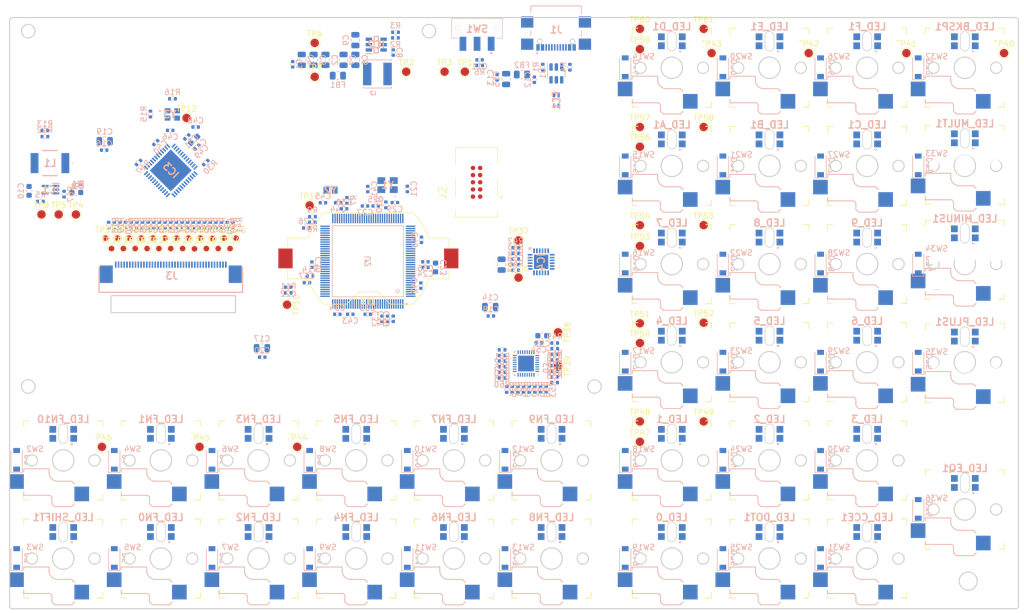
<source format=kicad_pcb>
(kicad_pcb (version 20211014) (generator pcbnew)
  (layers (0 "F.Cu" signal) (31 "B.Cu" signal) (34 "B.Paste" user) (35 "F.Paste" user) (36 "B.SilkS" user "B.Silkscreen") (37 "F.SilkS" user "F.Silkscreen") (38 "B.Mask" user) (39 "F.Mask" user) (44 "Edge.Cuts" user))
  (net 0 "")
  (net 1 "Net-(BT1-Pad1)")
  (net 2 "GND")
  (net 3 "+3V3")
  (net 4 "BACKLIGHT_DRIVE")
  (net 5 "/power/3V3_pre_filter")
  (net 6 "/power/SW")
  (net 7 "/power/BST")
  (net 8 "USB_POWER")
  (net 9 "Net-(C11-Pad1)")
  (net 10 "USB_POWER_IN")
  (net 11 "Net-(C21-Pad1)")
  (net 12 "Net-(C23-Pad1)")
  (net 13 "Net-(C41-Pad2)")
  (net 14 "/power/CC2")
  (net 15 "/mcu/XOSC0")
  (net 16 "/lcd/FT_1V2")
  (net 17 "LED_SDB")
  (net 18 "/power/24V_SW")
  (net 19 "Net-(D2-Pad1)")
  (net 20 "COL0")
  (net 21 "Net-(D3-Pad1)")
  (net 22 "Net-(D4-Pad1)")
  (net 23 "COL1")
  (net 24 "Net-(D5-Pad1)")
  (net 25 "Net-(D6-Pad1)")
  (net 26 "COL2")
  (net 27 "Net-(D7-Pad1)")
  (net 28 "Net-(D8-Pad1)")
  (net 29 "COL3")
  (net 30 "Net-(D9-Pad1)")
  (net 31 "Net-(D10-Pad1)")
  (net 32 "COL4")
  (net 33 "Net-(D11-Pad1)")
  (net 34 "Net-(D12-Pad1)")
  (net 35 "COL5")
  (net 36 "Net-(D13-Pad1)")
  (net 37 "Net-(D14-Pad1)")
  (net 38 "COL6")
  (net 39 "Net-(D15-Pad1)")
  (net 40 "Net-(D16-Pad1)")
  (net 41 "Net-(D17-Pad1)")
  (net 42 "Net-(D18-Pad1)")
  (net 43 "Net-(D19-Pad1)")
  (net 44 "Net-(D20-Pad1)")
  (net 45 "COL7")
  (net 46 "Net-(D21-Pad1)")
  (net 47 "Net-(D22-Pad1)")
  (net 48 "Net-(D23-Pad1)")
  (net 49 "Net-(D24-Pad1)")
  (net 50 "Net-(D25-Pad1)")
  (net 51 "Net-(D26-Pad1)")
  (net 52 "COL8")
  (net 53 "Net-(D27-Pad1)")
  (net 54 "Net-(D28-Pad1)")
  (net 55 "Net-(D29-Pad1)")
  (net 56 "Net-(D30-Pad1)")
  (net 57 "Net-(D31-Pad1)")
  (net 58 "Net-(D32-Pad1)")
  (net 59 "COL9")
  (net 60 "Net-(D33-Pad1)")
  (net 61 "Net-(D34-Pad1)")
  (net 62 "Net-(D35-Pad1)")
  (net 63 "Net-(D36-Pad1)")
  (net 64 "/power/USB_EMI_D_P")
  (net 65 "/power/USB_EMI_D_N")
  (net 66 "USB_D_N")
  (net 67 "USB_D_P")
  (net 68 "BACKLIGHT_FB")
  (net 69 "BACKLIGHT_PWM")
  (net 70 "/power/FB")
  (net 71 "/power/PWR_EN")
  (net 72 "Net-(IC3-Pad1)")
  (net 73 "FT811_SCK")
  (net 74 "FT811_MISO_IO1")
  (net 75 "FT811_MOSI_IO0")
  (net 76 "FT811_CSN")
  (net 77 "FT811_IO2")
  (net 78 "FT811_IO3")
  (net 79 "FT811_INTN")
  (net 80 "FT811_PDN")
  (net 81 "/lcd/FT_XOSC")
  (net 83 "/lcd/X+")
  (net 84 "/lcd/Y+")
  (net 85 "/lcd/X-")
  (net 86 "/lcd/Y-")
  (net 87 "Net-(IC3-Pad24)")
  (net 88 "Net-(IC3-Pad25)")
  (net 89 "Net-(IC3-Pad26)")
  (net 90 "Net-(IC3-Pad27)")
  (net 91 "Net-(IC3-Pad28)")
  (net 92 "Net-(IC3-Pad29)")
  (net 93 "Net-(IC3-Pad30)")
  (net 94 "Net-(IC3-Pad31)")
  (net 95 "Net-(IC3-Pad32)")
  (net 96 "Net-(IC3-Pad33)")
  (net 97 "Net-(IC3-Pad34)")
  (net 98 "Net-(IC3-Pad35)")
  (net 99 "Net-(IC3-Pad37)")
  (net 100 "Net-(IC3-Pad38)")
  (net 101 "Net-(IC3-Pad39)")
  (net 102 "Net-(IC3-Pad40)")
  (net 103 "Net-(IC3-Pad41)")
  (net 104 "Net-(IC3-Pad42)")
  (net 105 "Net-(IC3-Pad43)")
  (net 106 "Net-(IC3-Pad44)")
  (net 107 "Net-(IC3-Pad45)")
  (net 108 "Net-(IC3-Pad46)")
  (net 109 "Net-(IC3-Pad47)")
  (net 110 "Net-(IC3-Pad48)")
  (net 111 "ROW7")
  (net 112 "ROW6")
  (net 113 "ROW5")
  (net 114 "ROW4")
  (net 115 "ROW3")
  (net 116 "ROW2")
  (net 117 "ROW1")
  (net 118 "ROW0")
  (net 119 "KBD_RSTn")
  (net 120 "KBD_SDA")
  (net 121 "KBD_SCL")
  (net 122 "KBD_INTn")
  (net 123 "/power/CC1")
  (net 124 "USB_CONN_D_P")
  (net 125 "USB_CONN_D_N")
  (net 128 "Net-(J2-Pad1)")
  (net 129 "MCU_RESET")
  (net 130 "/mcu/UART_0_RX")
  (net 131 "/mcu/UART_0_TX")
  (net 132 "/mcu/TDO")
  (net 133 "/mcu/TDI")
  (net 134 "/mcu/SWDIO")
  (net 135 "/mcu/SWCLK")
  (net 137 "/lcd/DE")
  (net 138 "/lcd/VSYNC")
  (net 139 "/lcd/HSYNC")
  (net 140 "/lcd/DISP")
  (net 141 "/lcd/PCLK")
  (net 142 "/lcd/B7")
  (net 143 "/lcd/B6")
  (net 144 "/lcd/B5")
  (net 145 "/lcd/B4")
  (net 146 "/lcd/B3")
  (net 147 "/lcd/B2")
  (net 148 "/lcd/G7")
  (net 149 "/lcd/G6")
  (net 150 "/lcd/G5")
  (net 151 "/lcd/G4")
  (net 152 "/lcd/G3")
  (net 153 "/lcd/G2")
  (net 154 "/lcd/R7")
  (net 155 "/lcd/R6")
  (net 156 "/lcd/R5")
  (net 157 "/lcd/R4")
  (net 158 "/lcd/R3")
  (net 159 "/lcd/R2")
  (net 160 "SW2")
  (net 161 "CS3")
  (net 162 "CS2")
  (net 163 "CS1")
  (net 164 "SW5")
  (net 165 "SW6")
  (net 166 "SW7")
  (net 167 "CS6")
  (net 168 "CS5")
  (net 169 "CS4")
  (net 170 "CS9")
  (net 171 "CS8")
  (net 172 "CS7")
  (net 173 "CS12")
  (net 174 "CS11")
  (net 175 "CS10")
  (net 176 "SW8")
  (net 177 "CS15")
  (net 178 "CS14")
  (net 179 "CS13")
  (net 180 "SW4")
  (net 181 "SW3")
  (net 182 "/mcu/WAKE_N")
  (net 183 "Net-(R10-Pad2)")
  (net 184 "Net-(R11-Pad1)")
  (net 185 "Net-(R14-Pad1)")
  (net 186 "Net-(R15-Pad1)")
  (net 187 "LED_SDA")
  (net 188 "LED_SCL")
  (net 189 "/leds/LED_ISET")
  (net 190 "Net-(R50-Pad2)")
  (net 191 "Net-(R51-Pad2)")
  (net 192 "Net-(R52-Pad2)")
  (net 193 "Net-(R53-Pad2)")
  (net 194 "Net-(R54-Pad2)")
  (net 195 "Net-(R55-Pad2)")
  (net 196 "Net-(R56-Pad2)")
  (net 197 "Net-(R57-Pad2)")
  (net 198 "Net-(R58-Pad2)")
  (net 199 "Net-(R59-Pad2)")
  (net 200 "/leds/SW1")
  (net 201 "/leds/SW9")
  (net 202 "Net-(R62-Pad2)")
  (net 203 "Net-(R63-Pad2)")
  (net 204 "Net-(R64-Pad2)")
  (net 205 "Net-(R65-Pad2)")
  (net 206 "Net-(R66-Pad2)")
  (net 247 "/mcu/XOSC1")
  (footprint "TestPoint:TestPoint_Pad_D1.5mm" (layer "F.Cu") (at 110 91 -90)
    (fp_text reference "TP10")
    (fp_text value "TestPoint")
  )
  (footprint "TestPoint:TestPoint_Pad_D1.0mm" (layer "F.Cu") (at 100.95 79.2)
    (fp_text reference "TP35")
    (fp_text value "TestPoint")
  )
  (footprint "TestPoint:TestPoint_Pad_D1.5mm" (layer "F.Cu") (at 158 101.9 -90)
    (fp_text reference "TP39")
    (fp_text value "TestPoint")
  )
  (footprint "TestPoint:TestPoint_Pad_D1.0mm" (layer "F.Cu") (at 96.75 79.25)
    (fp_text reference "TP31")
    (fp_text value "TestPoint")
  )
  (footprint "kailh_choc_keys:Kailh_socket_PG1350" (layer "F.Cu") (at 195.45 83.8)
    (fp_text reference "SW22")
    (fp_text value "SW_Push")
  )
  (footprint "kailh_choc_keys:Kailh_socket_PG1350" (layer "F.Cu") (at 230.05 49)
    (fp_text reference "SW32")
    (fp_text value "SW_Push")
  )
  (footprint "TestPoint:TestPoint_Pad_D1.0mm" (layer "F.Cu") (at 93.6 81.1)
    (fp_text reference "TP28")
    (fp_text value "TestPoint")
  )
  (footprint "kailh_choc_keys:Kailh_socket_PG1350" (layer "F.Cu") (at 195.45 101.2)
    (fp_text reference "SW23")
    (fp_text value "SW_Push")
  )
  (footprint "TestPoint:TestPoint_Pad_D1.0mm" (layer "F.Cu") (at 94.65 79.2)
    (fp_text reference "TP29")
    (fp_text value "TestPoint")
  )
  (footprint "TestPoint:TestPoint_Pad_D1.5mm" (layer "F.Cu") (at 172.5 94.3)
    (fp_text reference "TP51")
    (fp_text value "TestPoint")
  )
  (footprint "kailh_choc_keys:Kailh_socket_PG1350" (layer "F.Cu") (at 70.35 136)
    (fp_text reference "SW3")
    (fp_text value "SW_Push")
  )
  (footprint "TestPoint:TestPoint_Pad_D1.5mm" (layer "F.Cu") (at 66.5 75)
    (fp_text reference "TP8")
    (fp_text value "TestPoint")
  )
  (footprint "TestPoint:TestPoint_Pad_D1.5mm" (layer "F.Cu") (at 237 46.4)
    (fp_text reference "TP40")
    (fp_text value "TestPoint")
  )
  (footprint "TestPoint:TestPoint_Pad_D1.0mm" (layer "F.Cu") (at 81 81.05)
    (fp_text reference "TP16")
    (fp_text value "TestPoint")
  )
  (footprint "kailh_choc_keys:Kailh_socket_PG1350" (layer "F.Cu") (at 156.85 136)
    (fp_text reference "SW13")
    (fp_text value "SW_Push")
  )
  (footprint "TestPoint:TestPoint_Pad_D1.0mm" (layer "F.Cu") (at 98.85 79.2)
    (fp_text reference "TP33")
    (fp_text value "TestPoint")
  )
  (footprint "TestPoint:TestPoint_Pad_D1.5mm" (layer "F.Cu") (at 202.4 46.4)
    (fp_text reference "TP42")
    (fp_text value "TestPoint")
  )
  (footprint "TestPoint:TestPoint_Pad_D1.5mm" (layer "F.Cu") (at 172.5 97.8)
    (fp_text reference "TP50")
    (fp_text value "TestPoint")
  )
  (footprint "TestPoint:TestPoint_Pad_D1.5mm" (layer "F.Cu") (at 69.55 75)
    (fp_text reference "TP5")
    (fp_text value "TestPoint")
  )
  (footprint "kailh_choc_keys:Kailh_socket_PG1350" (layer "F.Cu") (at 230.05 101.35)
    (fp_text reference "SW35")
    (fp_text value "SW_Push")
  )
  (footprint "TestPoint:TestPoint_Pad_D1.5mm" (layer "F.Cu") (at 141.5 49.7)
    (fp_text reference "TP1")
    (fp_text value "TestPoint")
  )
  (footprint "TestPoint:TestPoint_Pad_D1.5mm" (layer "F.Cu") (at 172.5 111.7)
    (fp_text reference "TP48")
    (fp_text value "TestPoint")
  )
  (footprint "kailh_choc_keys:Kailh_socket_PG1350" (layer "F.Cu") (at 178.15 118.6)
    (fp_text reference "SW18")
    (fp_text value "SW_Push")
  )
  (footprint "kailh_choc_keys:Kailh_socket_PG1350" (layer "F.Cu") (at 178.15 136)
    (fp_text reference "SW19")
    (fp_text value "SW_Push")
  )
  (footprint "TestPoint:TestPoint_Pad_D1.5mm" (layer "F.Cu") (at 114.9 44.6)
    (fp_text reference "TP6")
    (fp_text value "TestPoint")
  )
  (footprint "TestPoint:TestPoint_Pad_D1.0mm" (layer "F.Cu") (at 85.2 81.05)
    (fp_text reference "TP20")
    (fp_text value "TestPoint")
  )
  (footprint "TestPoint:TestPoint_Pad_D1.5mm" (layer "F.Cu") (at 172.5 59.5)
    (fp_text reference "TP57")
    (fp_text value "TestPoint")
  )
  (footprint "TestPoint:TestPoint_Pad_D1.0mm" (layer "F.Cu") (at 87.3 81.05)
    (fp_text reference "TP22")
    (fp_text value "TestPoint")
  )
  (footprint "TestPoint:TestPoint_Pad_D1.0mm" (layer "F.Cu") (at 95.7 81.05)
    (fp_text reference "TP30")
    (fp_text value "TestPoint")
  )
  (footprint "kailh_choc_keys:Kailh_socket_PG1350" (layer "F.Cu") (at 87.65 136)
    (fp_text reference "SW5")
    (fp_text value "SW_Push")
  )
  (footprint "TestPoint:TestPoint_Pad_D1.0mm" (layer "F.Cu") (at 90.45 79.2)
    (fp_text reference "TP25")
    (fp_text value "TestPoint")
  )
  (footprint "TestPoint:TestPoint_Pad_D1.5mm" (layer "F.Cu") (at 172.5 80.6)
    (fp_text reference "TP53")
    (fp_text value "TestPoint")
  )
  (footprint "TestPoint:TestPoint_Pad_D1.5mm" (layer "F.Cu") (at 183.8 111.7)
    (fp_text reference "TP49")
    (fp_text value "TestPoint")
  )
  (footprint "TestPoint:TestPoint_Pad_D1.5mm" (layer "F.Cu") (at 92.2 57.9)
    (fp_text reference "TP12")
    (fp_text value "TestPoint")
  )
  (footprint "TestPoint:TestPoint_Pad_D1.5mm" (layer "F.Cu") (at 111.8 116.2)
    (fp_text reference "TP44")
    (fp_text value "TestPoint")
  )
  (footprint "TestPoint:TestPoint_Pad_D1.5mm" (layer "F.Cu") (at 151 86.2)
    (fp_text reference "TP36")
    (fp_text value "TestPoint")
  )
  (footprint "kailh_choc_keys:Kailh_socket_PG1350" (layer "F.Cu") (at 195.45 136)
    (fp_text reference "SW25")
    (fp_text value "SW_Push")
  )
  (footprint "TestPoint:TestPoint_Pad_D1.0mm" (layer "F.Cu") (at 82.05 79.2)
    (fp_text reference "TP17")
    (fp_text value "TestPoint")
  )
  (footprint "TestPoint:TestPoint_Pad_D1.0mm" (layer "F.Cu") (at 78.9 81.05)
    (fp_text reference "TP14")
    (fp_text value "TestPoint")
  )
  (footprint "TestPoint:TestPoint_Pad_D1.5mm" (layer "F.Cu") (at 219.7 46.4)
    (fp_text reference "TP41")
    (fp_text value "TestPoint")
  )
  (footprint "kailh_choc_keys:Kailh_socket_PG1350" (layer "F.Cu") (at 122.25 136)
    (fp_text reference "SW9")
    (fp_text value "SW_Push")
  )
  (footprint "kailh_choc_keys:Kailh_socket_PG1350" (layer "F.Cu") (at 230.05 83.05)
    (fp_text reference "SW34")
    (fp_text value "SW_Push")
  )
  (footprint "kailh_choc_keys:Kailh_socket_PG1350" (layer "F.Cu") (at 178.15 83.8)
    (fp_text reference "SW16")
    (fp_text value "SW_Push")
  )
  (footprint "kailh_choc_keys:Kailh_socket_PG1350" (layer "F.Cu") (at 178.15 66.4)
    (fp_text reference "SW15")
    (fp_text value "SW_Push")
  )
  (footprint "TestPoint:TestPoint_Pad_D1.5mm" (layer "F.Cu") (at 183.8 76.9)
    (fp_text reference "TP55")
    (fp_text value "TestPoint")
  )
  (footprint "kailh_choc_keys:Kailh_socket_PG1350" (layer "F.Cu") (at 212.75 49)
    (fp_text reference "SW26")
    (fp_text value "SW_Push")
  )
  (footprint "kailh_choc_keys:Kailh_socket_PG1350" (layer "F.Cu") (at 195.45 118.6)
    (fp_text reference "SW24")
    (fp_text value "SW_Push")
  )
  (footprint "kailh_choc_keys:Kailh_socket_PG1350" (layer "F.Cu") (at 195.45 49)
    (fp_text reference "SW20")
    (fp_text value "SW_Push")
  )
  (footprint "kailh_choc_keys:Kailh_socket_PG1350" (layer "F.Cu") (at 139.55 118.6)
    (fp_text reference "SW10")
    (fp_text value "SW_Push")
  )
  (footprint "TestPoint:TestPoint_Pad_D1.5mm" (layer "F.Cu") (at 77.2 116.2)
    (fp_text reference "TP46")
    (fp_text value "TestPoint")
  )
  (footprint "TestPoint:TestPoint_Pad_D1.0mm" (layer "F.Cu") (at 86.25 79.2)
    (fp_text reference "TP21")
    (fp_text value "TestPoint")
  )
  (footprint "TestPoint:TestPoint_Pad_D1.0mm" (layer "F.Cu") (at 91.5 81.05)
    (fp_text reference "TP26")
    (fp_text value "TestPoint")
  )
  (footprint "TestPoint:TestPoint_Pad_D1.5mm" (layer "F.Cu") (at 183.8 94.2)
    (fp_text reference "TP52")
    (fp_text value "TestPoint")
  )
  (footprint "TestPoint:TestPoint_Pad_D1.0mm" (layer "F.Cu") (at 77.85 79.2)
    (fp_text reference "TP13")
    (fp_text value "TestPoint")
  )
  (footprint "kailh_choc_keys:Kailh_socket_PG1350" (layer "F.Cu") (at 212.75 101.2)
    (fp_text reference "SW29")
    (fp_text value "SW_Push")
  )
  (footprint "TestPoint:TestPoint_Pad_D1.5mm" (layer "F.Cu") (at 172.5 63)
    (fp_text reference "TP56")
    (fp_text value "TestPoint")
  )
  (footprint "TestPoint:TestPoint_Pad_D1.5mm" (layer "F.Cu") (at 151 79.6)
    (fp_text reference "TP37")
    (fp_text value "TestPoint")
  )
  (footprint "kailh_choc_keys:Kailh_socket_PG1350" (layer "F.Cu") (at 70.35 118.6)
    (fp_text reference "SW2")
    (fp_text value "SW_Push")
  )
  (footprint "kailh_choc_keys:Kailh_socket_PG1350" (layer "F.Cu") (at 104.95 136)
    (fp_text reference "SW7")
    (fp_text value "SW_Push")
  )
  (footprint "TestPoint:TestPoint_Pad_D1.0mm" (layer "F.Cu") (at 89.4 81.05)
    (fp_text reference "TP24")
    (fp_text value "TestPoint")
  )
  (footprint "TestPoint:TestPoint_Pad_D1.0mm" (layer "F.Cu") (at 83.1 81.05)
    (fp_text reference "TP18")
    (fp_text value "TestPoint")
  )
  (footprint "kailh_choc_keys:Kailh_socket_PG1350" (layer "F.Cu") (at 230.05 66.2)
    (fp_text reference "SW33")
    (fp_text value "SW_Push")
  )
  (footprint "kailh_choc_keys:Kailh_socket_PG1350" (layer "F.Cu") (at 212.75 136)
    (fp_text reference "SW31")
    (fp_text value "SW_Push")
  )
  (footprint "TestPoint:TestPoint_Pad_D1.5mm" (layer "F.Cu") (at 114.9 50.6)
    (fp_text reference "TP7")
    (fp_text value "TestPoint")
  )
  (footprint "TestPoint:TestPoint_Pad_D1.0mm" (layer "F.Cu") (at 97.8 81.05)
    (fp_text reference "TP32")
    (fp_text value "TestPoint")
  )
  (footprint "TestPoint:TestPoint_Pad_D1.0mm" (layer "F.Cu") (at 84.15 79.2)
    (fp_text reference "TP19")
    (fp_text value "TestPoint")
  )
  (footprint "TestPoint:TestPoint_Pad_D1.5mm" (layer "F.Cu") (at 94.5 116.2)
    (fp_text reference "TP45")
    (fp_text value "TestPoint")
  )
  (footprint "TestPoint:TestPoint_Pad_D1.0mm" (layer "F.Cu") (at 88.35 79.2)
    (fp_text reference "TP23")
    (fp_text value "TestPoint")
  )
  (footprint "TestPoint:TestPoint_Pad_D1.5mm" (layer "F.Cu") (at 72.6 75)
    (fp_text reference "TP4")
    (fp_text value "TestPoint")
  )
  (footprint "kailh_choc_keys:Kailh_socket_PG1350" (layer "F.Cu") (at 122.25 118.6)
    (fp_text reference "SW8")
    (fp_text value "SW_Push")
  )
  (footprint "TestPoint:TestPoint_Pad_D1.5mm" (layer "F.Cu") (at 185.2 46.4)
    (fp_text reference "TP43")
    (fp_text value "TestPoint")
  )
  (footprint "TestPoint:TestPoint_Pad_D1.5mm" (layer "F.Cu") (at 183.8 59.5)
    (fp_text reference "TP58")
    (fp_text value "TestPoint")
  )
  (footprint "TestPoint:TestPoint_Pad_D1.0mm" (layer "F.Cu") (at 79.95 79.2)
    (fp_text reference "TP15")
    (fp_text value "TestPoint")
  )
  (footprint "TestPoint:TestPoint_Pad_D1.0mm" (layer "F.Cu") (at 92.55 79.2)
    (fp_text reference "TP27")
    (fp_text value "TestPoint")
  )
  (footprint "kailh_choc_keys:Kailh_socket_PG1350" (layer "F.Cu") (at 212.75 66.4)
    (fp_text reference "SW27")
    (fp_text value "SW_Push")
  )
  (footprint "TestPoint:TestPoint_Pad_D1.5mm" (layer "F.Cu") (at 131.1 49.7)
    (fp_text reference "TP2")
    (fp_text value "TestPoint")
  )
  (footprint "TestPoint:TestPoint_Pad_D1.5mm" (layer "F.Cu") (at 172.5 45.7)
    (fp_text reference "TP59")
    (fp_text value "TestPoint")
  )
  (footprint "kailh_choc_keys:Kailh_socket_PG1350" (layer "F.Cu") (at 156.85 118.6)
    (fp_text reference "SW12")
    (fp_text value "SW_Push")
  )
  (footprint "kailh_choc_keys:Kailh_socket_PG1350" (layer "F.Cu") (at 212.75 118.6)
    (fp_text reference "SW30")
    (fp_text value "SW_Push")
  )
  (footprint "TestPoint:TestPoint_Pad_D1.5mm" (layer "F.Cu") (at 172.5 42.1)
    (fp_text reference "TP60")
    (fp_text value "TestPoint")
  )
  (footprint "kailh_choc_keys:Kailh_socket_PG1350" (layer "F.Cu") (at 195.45 66.4)
    (fp_text reference "SW21")
    (fp_text value "SW_Push")
  )
  (footprint "kailh_choc_keys:Kailh_socket_PG1350" (layer "F.Cu") (at 230.05 127.3)
    (fp_text reference "SW36")
    (fp_text value "SW_Push")
  )
  (footprint "kailh_choc_keys:Kailh_socket_PG1350" (layer "F.Cu") (at 212.75 83.8)
    (fp_text reference "SW28")
    (fp_text value "SW_Push")
  )
  (footprint "kailh_choc_keys:Kailh_socket_PG1350" (layer "F.Cu") (at 178.15 101.2)
    (fp_text reference "SW17")
    (fp_text value "SW_Push")
  )
  (footprint "TestPoint:TestPoint_Pad_D1.0mm" (layer "F.Cu") (at 99.9 81.05)
    (fp_text reference "TP34")
    (fp_text value "TestPoint")
  )
  (footprint "TestPoint:TestPoint_Pad_D1.5mm" (layer "F.Cu") (at 172.5 115.3)
    (fp_text reference "TP47")
    (fp_text value "TestPoint")
  )
  (footprint "TestPoint:TestPoint_Pad_D1.5mm" (layer "F.Cu") (at 114 73.4)
    (fp_text reference "TP11")
    (fp_text value "TestPoint")
  )
  (footprint "kailh_choc_keys:Kailh_socket_PG1350" (layer "F.Cu") (at 178.15 49)
    (fp_text reference "SW14")
    (fp_text value "SW_Push")
  )
  (footprint "TestPoint:TestPoint_Pad_D1.5mm" (layer "F.Cu") (at 183.8 42.1)
    (fp_text reference "TP61")
    (fp_text value "TestPoint")
  )
  (footprint "TC2050-IDC:TAG-CONNECT_TC2050-IDC" (layer "F.Cu") (at 143.565 69.3 90)
    (fp_text reference "J2")
    (fp_text value "TC2050-IDC")
  )
  (footprint "TestPoint:TestPoint_Pad_D1.5mm" (layer "F.Cu") (at 158 95.9 -90)
    (fp_text reference "TP38")
    (fp_text value "TestPoint")
  )
  (footprint "TestPoint:TestPoint_Pad_D1.5mm" (layer "F.Cu") (at 172.5 76.9)
    (fp_text reference "TP54")
    (fp_text value "TestPoint")
  )
  (footprint "kailh_choc_keys:Kailh_socket_PG1350" (layer "F.Cu") (at 87.65 118.6)
    (fp_text reference "SW4")
    (fp_text value "SW_Push")
  )
  (footprint "Battery:BatteryHolder_Keystone_1058_1x2032" (layer "F.Cu") (at 124.4 82.8)
    (fp_text reference "BT1")
    (fp_text value "Keystone 1058")
  )
  (footprint "kailh_choc_keys:Kailh_socket_PG1350" (layer "F.Cu") (at 104.95 118.6)
    (fp_text reference "SW6")
    (fp_text value "SW_Push")
  )
  (footprint "kailh_choc_keys:Kailh_socket_PG1350" (layer "F.Cu") (at 139.55 136)
    (fp_text reference "SW11")
    (fp_text value "SW_Push")
  )
  (footprint "TestPoint:TestPoint_Pad_D1.5mm" (layer "F.Cu") (at 137.9 49.7)
    (fp_text reference "TP3")
    (fp_text value "TestPoint")
  )
  (footprint "Capacitor_SMD:C_0402_1005Metric" (layer "B.Cu") (at 114.4 83.9 90)
    (fp_text reference "C30")
    (fp_text value "100nF")
  )
  (footprint "Resistor_SMD:R_0402_1005Metric" (layer "B.Cu") (at 85.8 57.2 -90)
    (fp_text reference "R15")
    (fp_text value "0R")
  )
  (footprint "SamacSys_Parts:156120M173000" (layer "B.Cu") (at 195.45 79.1 180)
    (fp_text reference "LED_8")
    (fp_text value "156120M173000" hide)
    (fp_line (start 0.8 0.925) (end 0.8 -0.925) (layer "Edge.Cuts") (width 0.12))
    (fp_line (start -0.8 0.925) (end -0.8 -0.925) (layer "Edge.Cuts") (width 0.12))
    (fp_arc (start -0.8 -0.925) (mid 0 -1.725) (end 0.8 -0.925) (layer "Edge.Cuts") (width 0.12))
    (fp_arc (start 0.8 0.925) (mid 0 1.725) (end -0.8 0.925) (layer "Edge.Cuts") (width 0.12))
  )
  (footprint "Diode_SMD:D_SOD-123" (layer "B.Cu") (at 221.8 66.3 90)
    (fp_text reference "D33")
    (fp_text value "1N4148W")
  )
  (footprint "Resistor_SMD:R_0402_1005Metric" (layer "B.Cu") (at 154.9 106.01 90)
    (fp_text reference "R58")
    (fp_text value "51R")
  )
  (footprint "Resistor_SMD:R_0402_1005Metric" (layer "B.Cu") (at 95.6 65.8 45)
    (fp_text reference "R30")
    (fp_text value "0R")
  )
  (footprint "Resistor_SMD:R_0402_1005Metric" (layer "B.Cu") (at 92.4 76.9 90)
    (fp_text reference "R33")
    (fp_text value "33R")
  )
  (footprint "SamacSys_Parts:156120M173000" (layer "B.Cu") (at 230.05 122.6 180)
    (fp_text reference "LED_EQ1")
    (fp_text value "156120M173000" hide)
    (fp_line (start 0.8 0.925) (end 0.8 -0.925) (layer "Edge.Cuts") (width 0.12))
    (fp_line (start -0.8 0.925) (end -0.8 -0.925) (layer "Edge.Cuts") (width 0.12))
    (fp_arc (start -0.8 -0.925) (mid 0 -1.725) (end 0.8 -0.925) (layer "Edge.Cuts") (width 0.12))
    (fp_arc (start 0.8 0.925) (mid 0 1.725) (end -0.8 0.925) (layer "Edge.Cuts") (width 0.12))
  )
  (footprint "SamacSys_Parts:156120M173000" (layer "B.Cu") (at 156.85 131.3 180)
    (fp_text reference "LED_FN8")
    (fp_text value "156120M173000" hide)
    (fp_line (start -0.8 0.925) (end -0.8 -0.925) (layer "Edge.Cuts") (width 0.12))
    (fp_line (start 0.8 0.925) (end 0.8 -0.925) (layer "Edge.Cuts") (width 0.12))
    (fp_arc (start -0.8 -0.925) (mid 0 -1.725) (end 0.8 -0.925) (layer "Edge.Cuts") (width 0.12))
    (fp_arc (start 0.8 0.925) (mid 0 1.725) (end -0.8 0.925) (layer "Edge.Cuts") (width 0.12))
  )
  (footprint "Capacitor_SMD:C_0402_1005Metric" (layer "B.Cu") (at 111 48.38 90)
    (fp_text reference "C1")
    (fp_text value "100nF")
  )
  (footprint "Capacitor_SMD:C_0603_1608Metric" (layer "B.Cu") (at 136.3 84.4 90)
    (fp_text reference "C23")
    (fp_text value "4.7uF")
  )
  (footprint "Capacitor_SMD:C_0805_2012Metric" (layer "B.Cu") (at 112.6 47.6 90)
    (fp_text reference "C5")
    (fp_text value "22uF")
  )
  (footprint "Resistor_SMD:R_0402_1005Metric" (layer "B.Cu") (at 83.4 76.9 90)
    (fp_text reference "R23")
    (fp_text value "33R")
  )
  (footprint "SamacSys_Parts:NX2012SA32768KSTDMUB1" (layer "B.Cu") (at 117.7 70.7)
    (fp_text reference "Y2")
    (fp_text value "DNM" hide)
  )
  (footprint "Resistor_SMD:R_0402_1005Metric" (layer "B.Cu") (at 80.4 76.89 90)
    (fp_text reference "R20")
    (fp_text value "33R")
  )
  (footprint "Diode_SMD:D_SOD-123" (layer "B.Cu") (at 204.5 83.7 90)
    (fp_text reference "D28")
    (fp_text value "1N4148W")
  )
  (footprint "SamacSys_Parts:156120M173000" (layer "B.Cu") (at 178.15 131.3 180)
    (fp_text reference "LED_0")
    (fp_text value "156120M173000" hide)
    (fp_line (start 0.8 0.925) (end 0.8 -0.925) (layer "Edge.Cuts") (width 0.12))
    (fp_line (start -0.8 0.925) (end -0.8 -0.925) (layer "Edge.Cuts") (width 0.12))
    (fp_arc (start 0.8 0.925) (mid 0 1.725) (end -0.8 0.925) (layer "Edge.Cuts") (width 0.12))
    (fp_arc (start -0.8 -0.925) (mid 0 -1.725) (end 0.8 -0.925) (layer "Edge.Cuts") (width 0.12))
  )
  (footprint "Capacitor_SMD:C_0402_1005Metric" (layer "B.Cu") (at 123.8 73.5)
    (fp_text reference "C27")
    (fp_text value "100nF")
  )
  (footprint "Capacitor_SMD:C_0402_1005Metric" (layer "B.Cu") (at 134.5 84.4)
    (fp_text reference "C24")
    (fp_text value "100nF")
  )
  (footprint "Resistor_SMD:R_0402_1005Metric" (layer "B.Cu") (at 157.396667 100.806666 180)
    (fp_text reference "R47")
    (fp_text value "100k")
  )
  (footprint "Resistor_SMD:R_0402_1005Metric" (layer "B.Cu") (at 110.2 88.9 180)
    (fp_text reference "R11")
    (fp_text value "51.1R")
  )
  (footprint "Capacitor_SMD:C_0402_1005Metric" (layer "B.Cu") (at 93.8 59.5 180)
    (fp_text reference "C48")
    (fp_text value "100nF")
  )
  (footprint "Capacitor_SMD:C_0402_1005Metric" (layer "B.Cu") (at 125.7 73.5 180)
    (fp_text reference "C25")
    (fp_text value "100nF")
  )
  (footprint "Diode_SMD:D_SOD-123" (layer "B.Cu") (at 204.5 135.9 90)
    (fp_text reference "D31")
    (fp_text value "1N4148W")
  )
  (footprint "Diode_SMD:D_SOD-123" (layer "B.Cu") (at 187.2 48.9 90)
    (fp_text reference "D20")
    (fp_text value "1N4148W")
  )
  (footprint "Resistor_SMD:R_0402_1005Metric" (layer "B.Cu") (at 157.396667 103.806666 180)
    (fp_text reference "R59")
    (fp_text value "51R")
  )
  (footprint "Diode_SMD:D_SOD-123" (layer "B.Cu") (at 148.6 135.9 90)
    (fp_text reference "D13")
    (fp_text value "1N4148W")
  )
  (footprint "Resistor_SMD:R_0402_1005Metric" (layer "B.Cu") (at 114.5 75.4 180)
    (fp_text reference "R9")
    (fp_text value "0R")
  )
  (footprint "Resistor_SMD:R_0402_1005Metric" (layer "B.Cu") (at 89.7 54.5 180)
    (fp_text reference "R16")
    (fp_text value "DNM")
  )
  (footprint "Diode_SMD:D_SOD-123" (layer "B.Cu") (at 79.4 118.5 90)
    (fp_text reference "D4")
    (fp_text value "1N4148W")
  )
  (footprint "Capacitor_SMD:C_0402_1005Metric" (layer "B.Cu") (at 113.4 77.4 180)
    (fp_text reference "C26")
    (fp_text value "100nF")
  )
  (footprint "VLS5045EX-3R3N:IND_VLS5045EX-3R3N" (layer "B.Cu") (at 126 50.1)
    (fp_text reference "L2")
    (fp_text value "3.3uH")
  )
  (footprint "Capacitor_SMD:C_0402_1005Metric" (layer "B.Cu") (at 144.1 47.6)
    (fp_text reference "C11")
    (fp_text value "100nF")
  )
  (footprint "Resistor_SMD:R_0402_1005Metric" (layer "B.Cu") (at 151.9 106.02 90)
    (fp_text reference "R57")
    (fp_text value "51R")
  )
  (footprint "Diode_SMD:D_SOD-123" (layer "B.Cu") (at 131.3 118.5 90)
    (fp_text reference "D10")
    (fp_text value "1N4148W")
  )
  (footprint "SamacSys_Parts:156120M173000" (layer "B.Cu") (at 178.15 113.9 180)
    (fp_text reference "LED_1")
    (fp_text value "156120M173000" hide)
    (fp_line (start 0.8 0.925) (end 0.8 -0.925) (layer "Edge.Cuts") (width 0.12))
    (fp_line (start -0.8 0.925) (end -0.8 -0.925) (layer "Edge.Cuts") (width 0.12))
    (fp_arc (start 0.8 0.925) (mid 0 1.725) (end -0.8 0.925) (layer "Edge.Cuts") (width 0.12))
    (fp_arc (start -0.8 -0.925) (mid 0 -1.725) (end 0.8 -0.925) (layer "Edge.Cuts") (width 0.12))
  )
  (footprint "SamacSys_Parts:156120M173000" (layer "B.Cu") (at 195.45 61.7 180)
    (fp_text reference "LED_B1")
    (fp_text value "156120M173000" hide)
    (fp_line (start 0.8 0.925) (end 0.8 -0.925) (layer "Edge.Cuts") (width 0.12))
    (fp_line (start -0.8 0.925) (end -0.8 -0.925) (layer "Edge.Cuts") (width 0.12))
    (fp_arc (start -0.8 -0.925) (mid 0 -1.725) (end 0.8 -0.925) (layer "Edge.Cuts") (width 0.12))
    (fp_arc (start 0.8 0.925) (mid 0 1.725) (end -0.8 0.925) (layer "Edge.Cuts") (width 0.12))
  )
  (footprint "Resistor_SMD:R_0402_1005Metric" (layer "B.Cu") (at 150.5 81.9 180)
    (fp_text reference "R43")
    (fp_text value "4.7k")
  )
  (footprint "Diode_SMD:D_SOD-123" (layer "B.Cu") (at 221.8 127.2 90)
    (fp_text reference "D36")
    (fp_text value "1N4148W")
  )
  (footprint "Resistor_SMD:R_0402_1005Metric" (layer "B.Cu") (at 152.9 106.02 90)
    (fp_text reference "R52")
    (fp_text value "22R")
  )
  (footprint "SamacSys_Parts:156120M173000" (layer "B.Cu") (at 70.35 113.9 180)
    (fp_text reference "LED_FN10")
    (fp_text value "156120M173000" hide)
    (fp_line (start -0.8 0.925) (end -0.8 -0.925) (layer "Edge.Cuts") (width 0.12))
    (fp_line (start 0.8 0.925) (end 0.8 -0.925) (layer "Edge.Cuts") (width 0.12))
    (fp_arc (start -0.8 -0.925) (mid 0 -1.725) (end 0.8 -0.925) (layer "Edge.Cuts") (width 0.12))
    (fp_arc (start 0.8 0.925) (mid 0 1.725) (end -0.8 0.925) (layer "Edge.Cuts") (width 0.12))
  )
  (footprint "SamacSys_Parts:USB4110GFA" (layer "B.Cu") (at 157.65 41.7135)
    (fp_text reference "J1")
    (fp_text value "USB4110-GF-A" hide)
  )
  (footprint "Diode_SMD:D_SOD-123" (layer "B.Cu") (at 169.9 66.3 90)
    (fp_text reference "D15")
    (fp_text value "1N4148W")
  )
  (footprint "Capacitor_SMD:C_0402_1005Metric" (layer "B.Cu") (at 146.1 93 180)
    (fp_text reference "C18")
    (fp_text value "10nF")
  )
  (footprint "Resistor_SMD:R_0402_1005Metric" (layer "B.Cu") (at 97.4 76.9 90)
    (fp_text reference "R38")
    (fp_text value "33R")
  )
  (footprint "Resistor_SMD:R_0402_1005Metric" (layer "B.Cu") (at 150.5 80.9 180)
    (fp_text reference "R42")
    (fp_text value "10k")
  )
  (footprint "Resistor_SMD:R_0402_1005Metric" (layer "B.Cu") (at 86.4 76.89 90)
    (fp_text reference "R26")
    (fp_text value "33R")
  )
  (footprint "SamacSys_Parts:156120M173000" (layer "B.Cu") (at 195.45 113.9 180)
    (fp_text reference "LED_2")
    (fp_text value "156120M173000" hide)
    (fp_line (start -0.8 0.925) (end -0.8 -0.925) (layer "Edge.Cuts") (width 0.12))
    (fp_line (start 0.8 0.925) (end 0.8 -0.925) (layer "Edge.Cuts") (width 0.12))
    (fp_arc (start -0.8 -0.925) (mid 0 -1.725) (end 0.8 -0.925) (layer "Edge.Cuts") (width 0.12))
    (fp_arc (start 0.8 0.925) (mid 0 1.725) (end -0.8 0.925) (layer "Edge.Cuts") (width 0.12))
  )
  (footprint "Capacitor_SMD:C_0402_1005Metric" (layer "B.Cu") (at 89.3 60.1)
    (fp_text reference "C46")
    (fp_text value "100nF")
  )
  (footprint "Resistor_SMD:R_0402_1005Metric" (layer "B.Cu") (at 148.09 101)
    (fp_text reference "R55")
    (fp_text value "51R")
  )
  (footprint "SamacSys_Parts:QFN50P700X700X90-49N-D" (layer "B.Cu") (at 89.4 67.2 -45)
    (fp_text reference "IC3")
    (fp_text value "FT811Q-T" hide)
  )
  (footprint "Capacitor_SMD:C_0402_1005Metric" (layer "B.Cu") (at 128.8 93.5 -90)
    (fp_text reference "C39")
    (fp_text value "100nF")
  )
  (footprint "Resistor_SMD:R_0402_1005Metric" (layer "B.Cu") (at 150.5 84.9 180)
    (fp_text reference "R45")
    (fp_text value "10k")
  )
  (footprint "SamacSys_Parts:156120M173000" (layer "B.Cu") (at 195.45 44.3 180)
    (fp_text reference "LED_E1")
    (fp_text value "156120M173000" hide)
    (fp_line (start 0.8 0.925) (end 0.8 -0.925) (layer "Edge.Cuts") (width 0.12))
    (fp_line (start -0.8 0.925) (end -0.8 -0.925) (layer "Edge.Cuts") (width 0.12))
    (fp_arc (start -0.8 -0.925) (mid 0 -1.725) (end 0.8 -0.925) (layer "Edge.Cuts") (width 0.12))
    (fp_arc (start 0.8 0.925) (mid 0 1.725) (end -0.8 0.925) (layer "Edge.Cuts") (width 0.12))
  )
  (footprint "Capacitor_SMD:C_0402_1005Metric" (layer "B.Cu") (at 86.739411 62.260589 45)
    (fp_text reference "C50")
    (fp_text value "100nF")
  )
  (footprint "oskar_design:IS31FL3729_QFN32" (layer "B.Cu") (at 154.925 104.025 90)
    (fp_text reference "U3")
    (fp_text value "IS31FL3729-QFLS4-TR")
  )
  (footprint "Capacitor_SMD:C_0603_1608Metric" (layer "B.Cu") (at 72.675 71.1 180)
    (fp_text reference "C4")
    (fp_text value "1uF")
  )
  (footprint "SamacSys_Parts:ASPI0403S332MT" (layer "B.Cu") (at 68 65.9 180)
    (fp_text reference "L1")
    (fp_text value "ASPI-0403S-1R5M-T" hide)
  )
  (footprint "Resistor_SMD:R_0402_1005Metric" (layer "B.Cu") (at 87.4 76.89 90)
    (fp_text reference "R27")
    (fp_text value "33R")
  )
  (footprint "SamacSys_Parts:156120M173000" (layer "B.Cu") (at 212.75 113.9 180)
    (fp_text reference "LED_3")
    (fp_text value "156120M173000" hide)
    (fp_line (start 0.8 0.925) (end 0.8 -0.925) (layer "Edge.Cuts") (width 0.12))
    (fp_line (start -0.8 0.925) (end -0.8 -0.925) (layer "Edge.Cuts") (width 0.12))
    (fp_arc (start -0.8 -0.925) (mid 0 -1.725) (end 0.8 -0.925) (layer "Edge.Cuts") (width 0.12))
    (fp_arc (start 0.8 0.925) (mid 0 1.725) (end -0.8 0.925) (layer "Edge.Cuts") (width 0.12))
  )
  (footprint "SamacSys_Parts:SOT95P280X100-6N" (layer "B.Cu") (at 125.8 44.9)
    (fp_text reference "IC2")
    (fp_text value "AP62300TWU-7" hide)
  )
  (footprint "SamacSys_Parts:156120M173000" (layer "B.Cu") (at 122.25 131.3 180)
    (fp_text reference "LED_FN4")
    (fp_text value "156120M173000" hide)
    (fp_line (start -0.8 0.925) (end -0.8 -0.925) (layer "Edge.Cuts") (width 0.12))
    (fp_line (start 0.8 0.925) (end 0.8 -0.925) (layer "Edge.Cuts") (width 0.12))
    (fp_arc (start 0.8 0.925) (mid 0 1.725) (end -0.8 0.925) (layer "Edge.Cuts") (width 0.12))
    (fp_arc (start -0.8 -0.925) (mid 0 -1.725) (end 0.8 -0.925) (layer "Edge.Cuts") (width 0.12))
  )
  (footprint "Capacitor_SMD:C_0402_1005Metric" (layer "B.Cu") (at 147.2 50.7 -90)
    (fp_text reference "C13")
    (fp_text value "100nF")
  )
  (footprint "Resistor_SMD:R_0402_1005Metric" (layer "B.Cu") (at 157.386667 104.806666 180)
    (fp_text reference "R66")
    (fp_text value "22R")
  )
  (footprint "Diode_SMD:D_SOD-123" (layer "B.Cu") (at 221.8 48.9 90)
    (fp_text reference "D32")
    (fp_text value "1N4148W")
  )
  (footprint "Resistor_SMD:R_0402_1005Metric" (layer "B.Cu") (at 98.4 76.9 90)
    (fp_text reference "R39")
    (fp_text value "33R")
  )
  (footprint "Resistor_SMD:R_0402_1005Metric" (layer "B.Cu") (at 150.9 106.03 90)
    (fp_text reference "R64")
    (fp_text value "22R")
  )
  (footprint "Diode_SMD:D_SOD-123" (layer "B.Cu") (at 148.6 118.5 90)
    (fp_text reference "D12")
    (fp_text value "1N4148W")
  )
  (footprint "Resistor_SMD:R_0402_1005Metric" (layer "B.Cu") (at 84.4 76.89 90)
    (fp_text reference "R24")
    (fp_text value "33R")
  )
  (footprint "Capacitor_SMD:C_0402_1005Metric" (layer "B.Cu") (at 119.055 72.93)
    (fp_text reference "C44")
    (fp_text value "[DNM] 18pF")
  )
  (footprint "SamacSys_Parts:156120M173000" (layer "B.Cu") (at 87.65 113.9 180)
    (fp_text reference "LED_FN1")
    (fp_text value "156120M173000" hide)
    (fp_line (start -0.8 0.925) (end -0.8 -0.925) (layer "Edge.Cuts") (width 0.12))
    (fp_line (start 0.8 0.925) (end 0.8 -0.925) (layer "Edge.Cuts") (width 0.12))
    (fp_arc (start -0.8 -0.925) (mid 0 -1.725) (end 0.8 -0.925) (layer "Edge.Cuts") (width 0.12))
    (fp_arc (start 0.8 0.925) (mid 0 1.725) (end -0.8 0.925) (layer "Edge.Cuts") (width 0.12))
  )
  (footprint "SamacSys_Parts:156120M173000" (layer "B.Cu") (at 139.55 113.9 180)
    (fp_text reference "LED_FN7")
    (fp_text value "156120M173000" hide)
    (fp_line (start -0.8 0.925) (end -0.8 -0.925) (layer "Edge.Cuts") (width 0.12))
    (fp_line (start 0.8 0.925) (end 0.8 -0.925) (layer "Edge.Cuts") (width 0.12))
    (fp_arc (start 0.8 0.925) (mid 0 1.725) (end -0.8 0.925) (layer "Edge.Cuts") (width 0.12))
    (fp_arc (start -0.8 -0.925) (mid 0 -1.725) (end 0.8 -0.925) (layer "Edge.Cuts") (width 0.12))
  )
  (footprint "SamacSys_Parts:156120M173000" (layer "B.Cu") (at 178.15 96.5 180)
    (fp_text reference "LED_4")
    (fp_text value "156120M173000" hide)
    (fp_line (start 0.8 0.925) (end 0.8 -0.925) (layer "Edge.Cuts") (width 0.12))
    (fp_line (start -0.8 0.925) (end -0.8 -0.925) (layer "Edge.Cuts") (width 0.12))
    (fp_arc (start 0.8 0.925) (mid 0 1.725) (end -0.8 0.925) (layer "Edge.Cuts") (width 0.12))
    (fp_arc (start -0.8 -0.925) (mid 0 -1.725) (end 0.8 -0.925) (layer "Edge.Cuts") (width 0.12))
  )
  (footprint "Diode_SMD:D_SOD-123" (layer "B.Cu") (at 169.9 48.9 90)
    (fp_text reference "D14")
    (fp_text value "1N4148W")
  )
  (footprint "Resistor_SMD:R_0402_1005Metric" (layer "B.Cu") (at 157.4 98.8)
    (fp_text reference "R46")
    (fp_text value "2k")
  )
  (footprint "Resistor_SMD:R_0402_1005Metric" (layer "B.Cu") (at 99.4 76.9 90)
    (fp_text reference "R40")
    (fp_text value "33R")
  )
  (footprint "Capacitor_SMD:C_0402_1005Metric" (layer "B.Cu") (at 110.2 87.9)
    (fp_text reference "C22")
    (fp_text value "100nF")
  )
  (footprint "Capacitor_SMD:C_0402_1005Metric" (layer "B.Cu") (at 153.8 51.12 -90)
    (fp_text reference "C12")
    (fp_text value "10nF")
  )
  (footprint "Diode_SMD:D_SOD-123" (layer "B.Cu") (at 221.8 83.7 90)
    (fp_text reference "D34")
    (fp_text value "1N4148W")
  )
  (footprint "Resistor_SMD:R_0402_1005Metric" (layer "B.Cu") (at 155.3 48.9 -90)
    (fp_text reference "R1")
    (fp_text value "5.1k")
  )
  (footprint "Diode_SMD:D_SOD-123" (layer "B.Cu") (at 204.5 101.1 90)
    (fp_text reference "D29")
    (fp_text value "1N4148W")
  )
  (footprint "Resistor_SMD:R_0402_1005Metric" (layer "B.Cu") (at 129.2 43.7)
    (fp_text reference "R2")
    (fp_text value "33.2k")
  )
  (footprint "Resistor_SMD:R_0402_1005Metric" (layer "B.Cu") (at 78.4 76.9 90)
    (fp_text reference "R18")
    (fp_text value "33R")
  )
  (footprint "Capacitor_SMD:C_0402_1005Metric" (layer "B.Cu") (at 121.2 92.7)
    (fp_text reference "C43")
    (fp_text value "100nF")
  )
  (footprint "Diode_SMD:D_SOD-123" (layer "B.Cu") (at 79.4 135.9 90)
    (fp_text reference "D5")
    (fp_text value "1N4148W")
  )
  (footprint "Resistor_SMD:R_0402_1005Metric" (layer "B.Cu") (at 96.4 76.9 90)
    (fp_text reference "R37")
    (fp_text value "33R")
  )
  (footprint "Capacitor_SMD:C_0805_2012Metric" (layer "B.Cu") (at 116.8 47.6 90)
    (fp_text reference "C2")
    (fp_text value "10uF")
  )
  (footprint "Resistor_SMD:R_0402_1005Metric" (layer "B.Cu") (at 67.1 60.1 180)
    (fp_text reference "R13")
    (fp_text value "DNM")
  )
  (footprint "Diode_SMD:D_SOD-123" (layer "B.Cu") (at 204.5 66.3 90)
    (fp_text reference "D27")
    (fp_text value "1N4148W")
  )
  (footprint "Resistor_SMD:R_0402_1005Metric" (layer "B.Cu") (at 148.09 103)
    (fp_text reference "R63")
    (fp_text value "22R")
  )
  (footprint "Resistor_SMD:R_0402_1005Metric" (layer "B.Cu") (at 148.09 102)
    (fp_text reference "R50")
    (fp_text value "22R")
  )
  (footprint "Capacitor_SMD:C_0805_2012Metric" (layer "B.Cu") (at 146 91.4 180)
    (fp_text reference "C14")
    (fp_text value "22uF")
  )
  (footprint "Resistor_SMD:R_0402_1005Metric" (layer "B.Cu") (at 160.1 48.9 -90)
    (fp_text reference "R4")
    (fp_text value "5.1k")
  )
  (footprint "Capacitor_SMD:C_0805_2012Metric" (layer "B.Cu") (at 122.1 47.6 90)
    (fp_text reference "C6")
    (fp_text value "22uF")
  )
  (footprint "SamacSys_Parts:156120M173000" (layer "B.Cu") (at 230.05 96.65 180)
    (fp_text reference "LED_PLUS1")
    (fp_text value "156120M173000" hide)
    (fp_line (start -0.8 0.925) (end -0.8 -0.925) (layer "Edge.Cuts") (width 0.12))
    (fp_line (start 0.8 0.925) (end 0.8 -0.925) (layer "Edge.Cuts") (width 0.12))
    (fp_arc (start -0.8 -0.925) (mid 0 -1.725) (end 0.8 -0.925) (layer "Edge.Cuts") (width 0.12))
    (fp_arc (start 0.8 0.925) (mid 0 1.725) (end -0.8 0.925) (layer "Edge.Cuts") (width 0.12))
  )
  (footprint "Diode_SMD:D_SOD-123" (layer "B.Cu") (at 187.2 135.9 90)
    (fp_text reference "D25")
    (fp_text value "1N4148W")
  )
  (footprint "SamacSys_Parts:156120M173000" (layer "B.Cu") (at 87.65 131.3 180)
    (fp_text reference "LED_FN0")
    (fp_text value "156120M173000" hide)
    (fp_line (start -0.8 0.925) (end -0.8 -0.925) (layer "Edge.Cuts") (width 0.12))
    (fp_line (start 0.8 0.925) (end 0.8 -0.925) (layer "Edge.Cuts") (width 0.12))
    (fp_arc (start -0.8 -0.925) (mid 0 -1.725) (end 0.8 -0.925) (layer "Edge.Cuts") (width 0.12))
    (fp_arc (start 0.8 0.925) (mid 0 1.725) (end -0.8 0.925) (layer "Edge.Cuts") (width 0.12))
  )
  (footprint "Resistor_SMD:R_0402_1005Metric" (layer "B.Cu") (at 153.9 106.01 90)
    (fp_text reference "R65")
    (fp_text value "22R")
  )
  (footprint "Capacitor_SMD:C_0402_1005Metric" (layer "B.Cu") (at 105.6 100.3 180)
    (fp_text reference "C20")
    (fp_text value "10nF")
  )
  (footprint "Capacitor_SMD:C_0402_1005Metric" (layer "B.Cu") (at 113.52 87.1 180)
    (fp_text reference "C37")
    (fp_text value "100nF")
  )
  (footprint "Resistor_SMD:R_0402_1005Metric" (layer "B.Cu") (at 95.4 76.9 90)
    (fp_text reference "R36")
    (fp_text value "33R")
  )
  (footprint "Diode_SMD:D_SOD-123" (layer "B.Cu") (at 169.9 83.7 90)
    (fp_text reference "D16")
    (fp_text value "1N4148W")
  )
  (footprint "SamacSys_Parts:156120M173000" (layer "B.Cu") (at 230.05 78.35 180)
    (fp_text reference "LED_MINUS1")
    (fp_text value "156120M173000" hide)
    (fp_line (start -0.8 0.925) (end -0.8 -0.925) (layer "Edge.Cuts") (width 0.12))
    (fp_line (start 0.8 0.925) (end 0.8 -0.925) (layer "Edge.Cuts") (width 0.12))
    (fp_arc (start -0.8 -0.925) (mid 0 -1.725) (end 0.8 -0.925) (layer "Edge.Cuts") (width 0.12))
    (fp_arc (start 0.8 0.925) (mid 0 1.725) (end -0.8 0.925) (layer "Edge.Cuts") (width 0.12))
  )
  (footprint "Resistor_SMD:R_0402_1005Metric" (layer "B.Cu") (at 70.5 71.4 90)
    (fp_text reference "R67")
    (fp_text value "22R")
  )
  (footprint "Resistor_SMD:R_0402_1005Metric" (layer "B.Cu") (at 79.4 76.9 90)
    (fp_text reference "R19")
    (fp_text value "33R")
  )
  (footprint "Capacitor_SMD:C_0805_2012Metric" (layer "B.Cu") (at 122.1 44.1 -90)
    (fp_text reference "C9")
    (fp_text value "10uF")
  )
  (footprint "SamacSys_Parts:X1G004171001800" (layer "B.Cu") (at 89.679858 57.27397)
    (fp_text reference "Y3")
    (fp_text value "X1G004171001800" hide)
  )
  (footprint "Resistor_SMD:R_0402_1005Metric" (layer "B.Cu") (at 150.5 82.9 180)
    (fp_text reference "R44")
    (fp_text value "4.7k")
  )
  (footprint "Capacitor_SMD:C_0402_1005Metric" (layer "B.Cu") (at 154.58 97.8)
    (fp_text reference "C54")
    (fp_text value "100nF")
  )
  (footprint "Capacitor_SMD:C_0402_1005Metric" (layer "B.Cu") (at 157.390001 101.8)
    (fp_text reference "C56")
    (fp_text value "100nF")
  )
  (footprint "Diode_SMD:D_SOD-123" (layer "B.Cu") (at 96.7 118.5 90)
    (fp_text reference "D6")
    (fp_text value "1N4148W")
  )
  (footprint "Resistor_SMD:R_0402_1005Metric" (layer "B.Cu") (at 149.9 106.03 90)
    (fp_text reference "R51")
    (fp_text value "22R")
  )
  (footprint "SamacSys_Parts:156120M173000" (layer "B.Cu") (at 195.45 96.5 180)
    (fp_text reference "LED_5")
    (fp_text value "156120M173000" hide)
    (fp_line (start -0.8 0.925) (end -0.8 -0.925) (layer "Edge.Cuts") (width 0.12))
    (fp_line (start 0.8 0.925) (end 0.8 -0.925) (layer "Edge.Cuts") (width 0.12))
    (fp_arc (start -0.8 -0.925) (mid 0 -1.725) (end 0.8 -0.925) (layer "Edge.Cuts") (width 0.12))
    (fp_arc (start 0.8 0.925) (mid 0 1.725) (end -0.8 0.925) (layer "Edge.Cuts") (width 0.12))
  )
  (footprint "Resistor_SMD:R_0402_1005Metric" (layer "B.Cu") (at 93.4 76.9 90)
    (fp_text reference "R34")
    (fp_text value "33R")
  )
  (footprint "Resistor_SMD:R_0402_1005Metric" (layer "B.Cu") (at 129.21 42.7 180)
    (fp_text reference "R3")
    (fp_text value "10k")
  )
  (footprint "Diode_SMD:D_SOD-123" (layer "B.Cu") (at 187.2 83.7 90)
    (fp_text reference "D22")
    (fp_text value "1N4148W")
  )
  (footprint "Capacitor_SMD:C_0402_1005Metric" (layer "B.Cu") (at 150.5 83.9 180)
    (fp_text reference "C52")
    (fp_text value "100nF")
  )
  (footprint "Resistor_SMD:R_0402_1005Metric" (layer "B.Cu") (at 148.9 106.03 90)
    (fp_text reference "R56")
    (fp_text value "51R")
  )
  (footprint "Resistor_SMD:R_0402_1005Metric" (layer "B.Cu") (at 81.4 76.89 90)
    (fp_text reference "R21")
    (fp_text value "33R")
  )
  (footprint "SamacSys_Parts:156120M173000" (layer "B.Cu") (at 212.75 131.3 180)
    (fp_text reference "LED_CCE1")
    (fp_text value "156120M173000" hide)
    (fp_line (start -0.8 0.925) (end -0.8 -0.925) (layer "Edge.Cuts") (width 0.12))
    (fp_line (start 0.8 0.925) (end 0.8 -0.925) (layer "Edge.Cuts") (width 0.12))
    (fp_arc (start -0.8 -0.925) (mid 0 -1.725) (end 0.8 -0.925) (layer "Edge.Cuts") (width 0.12))
    (fp_arc (start 0.8 0.925) (mid 0 1.725) (end -0.8 0.925) (layer "Edge.Cuts") (width 0.12))
  )
  (footprint "Resistor_SMD:R_0402_1005Metric" (layer "B.Cu") (at 82.4 76.9 90)
    (fp_text reference "R22")
    (fp_text value "33R")
  )
  (footprint "Capacitor_SMD:C_0402_1005Metric" (layer "B.Cu") (at 118.9 92.7 180)
    (fp_text reference "C34")
    (fp_text value "100nF")
  )
  (footprint "Resistor_SMD:R_0805_2012Metric" (layer "B.Cu") (at 151.6 50.2 180)
    (fp_text reference "FB2")
    (fp_text value "BLM21PG300SN1D")
  )
  (footprint "Resistor_SMD:R_0402_1005Metric" (layer "B.Cu") (at 94.4 76.9 90)
    (fp_text reference "R35")
    (fp_text value "33R")
  )
  (footprint "SamacSys_Parts:QFN50P400X400X80-25N" (layer "B.Cu") (at 155 83.4 -90)
    (fp_text reference "IC4")
    (fp_text value "TCA8418RTWR" hide)
  )
  (footprint "Capacitor_SMD:C_0402_1005Metric" (layer "B.Cu") (at 131.3 70.48 90)
    (fp_text reference "C21")
    (fp_text value "12pF")
  )
  (footprint "Capacitor_SMD:C_0402_1005Metric" (layer "B.Cu") (at 133.7 87.62 -90)
    (fp_text reference "C42")
    (fp_text value "100nF")
  )
  (footprint "Resistor_SMD:R_0402_1005Metric" (layer "B.Cu") (at 144.11 48.6)
    (fp_text reference "R6")
    (fp_text value "1k")
  )
  (footprint "Capacitor_SMD:C_0402_1005Metric" (layer "B.Cu") (at 94.039411 63.060589 45)
    (fp_text reference "C49")
    (fp_text value "100nF")
  )
  (footprint "Diode_SMD:D_SOD-123" (layer "B.Cu") (at 169.9 135.9 90)
    (fp_text reference "D19")
    (fp_text value "1N4148W")
  )
  (footprint "Resistor_SMD:R_0402_1005Metric" (layer "B.Cu") (at 148.09 104)
    (fp_text reference "R60")
    (fp_text value "1k")
  )
  (footprint "SamacSys_Parts:156120M173000" (layer "B.Cu") (at 230.05 61.5 180)
    (fp_text reference "LED_MULT1")
    (fp_text value "156120M173000" hide)
    (fp_line (start 0.8 0.925) (end 0.8 -0.925) (layer "Edge.Cuts") (width 0.12))
    (fp_line (start -0.8 0.925) (end -0.8 -0.925) (layer "Edge.Cuts") (width 0.12))
    (fp_arc (start -0.8 -0.925) (mid 0 -1.725) (end 0.8 -0.925) (layer "Edge.Cuts") (width 0.12))
    (fp_arc (start 0.8 0.925) (mid 0 1.725) (end -0.8 0.925) (layer "Edge.Cuts") (width 0.12))
  )
  (footprint "Resistor_SMD:R_0402_1005Metric" (layer "B.Cu") (at 90.4 76.9 90)
    (fp_text reference "R31")
    (fp_text value "33R")
  )
  (footprint "Diode_SMD:D_SOD-123" (layer "B.Cu") (at 62.1 118.5 90)
    (fp_text reference "D2")
    (fp_text value "1N4148W")
  )
  (footprint "Capacitor_SMD:C_0402_1005Metric" (layer "B.Cu") (at 128.8 46.3 90)
    (fp_text reference "C8")
    (fp_text value "100nF")
  )
  (footprint "Resistor_SMD:R_0402_1005Metric" (layer "B.Cu") (at 148.09 100)
    (fp_text reference "R62")
    (fp_text value "22R")
  )
  (footprint "SamacSys_Parts:156120M173000" (layer "B.Cu") (at 139.55 131.3 180)
    (fp_text reference "LED_FN6")
    (fp_text value "156120M173000" hide)
    (fp_line (start 0.8 0.925) (end 0.8 -0.925) (layer "Edge.Cuts") (width 0.12))
    (fp_line (start -0.8 0.925) (end -0.8 -0.925) (layer "Edge.Cuts") (width 0.12))
    (fp_arc (start 0.8 0.925) (mid 0 1.725) (end -0.8 0.925) (layer "Edge.Cuts") (width 0.12))
    (fp_arc (start -0.8 -0.925) (mid 0 -1.725) (end 0.8 -0.925) (layer "Edge.Cuts") (width 0.12))
  )
  (footprint "SamacSys_Parts:156120M173000" (layer "B.Cu") (at 122.25 113.9 180)
    (fp_text reference "LED_FN5")
    (fp_text value "156120M173000" hide)
    (fp_line (start -0.8 0.925) (end -0.8 -0.925) (layer "Edge.Cuts") (width 0.12))
    (fp_line (start 0.8 0.925) (end 0.8 -0.925) (layer "Edge.Cuts") (width 0.12))
    (fp_arc (start -0.8 -0.925) (mid 0 -1.725) (end 0.8 -0.925) (layer "Edge.Cuts") (width 0.12))
    (fp_arc (start 0.8 0.925) (mid 0 1.725) (end -0.8 0.925) (layer "Edge.Cuts") (width 0.12))
  )
  (footprint "Resistor_SMD:R_0402_1005Metric" (layer "B.Cu") (at 67.1 61.2 180)
    (fp_text reference "R12")
    (fp_text value "0R")
  )
  (footprint "Diode_SMD:D_SOD-123" (layer "B.Cu") (at 96.7 135.9 90)
    (fp_text reference "D7")
    (fp_text value "1N4148W")
  )
  (footprint "Resistor_SMD:R_0402_1005Metric" (layer "B.Cu") (at 157.396667 102.806666 180)
    (fp_text reference "R54")
    (fp_text value "22R")
  )
  (footprint "Capacitor_SMD:C_0402_1005Metric" (layer "B.Cu") (at 116.355 72.93 180)
    (fp_text reference "C45")
    (fp_text value "[DNM] 18pF")
  )
  (footprint "Capacitor_SMD:C_0805_2012Metric" (layer "B.Cu") (at 105.55 98.7 180)
    (fp_text reference "C17")
    (fp_text value "22uF")
  )
  (footprint "Diode_SMD:D_SOD-123" (layer "B.Cu") (at 187.2 118.5 90)
    (fp_text reference "D24")
    (fp_text value "1N4148W")
  )
  (footprint "SamacSys_Parts:SODFL1006X40N" (layer "B.Cu") (at 72.9 69.8 180)
    (fp_text reference "D1")
    (fp_text value "NSR0240P2T5G" hide)
  )
  (footprint "Capacitor_SMD:C_0805_2012Metric" (layer "B.Cu") (at 114.7 47.6 90)
    (fp_text reference "C3")
    (fp_text value "22uF")
  )
  (footprint "SamacSys_Parts:ACM20121022PT001" (layer "B.Cu") (at 157.7 54.8 -90)
    (fp_text reference "FL1")
    (fp_text value "ACM2012-201-2P-T001" hide)
  )
  (footprint "Resistor_SMD:R_0402_1005Metric" (layer "B.Cu") (at 148.09 99)
    (fp_text reference "R61")
    (fp_text value "1k")
  )
  (footprint "Capacitor_SMD:C_0402_1005Metric" (layer "B.Cu") (at 133.8 79.5 -90)
    (fp_text reference "C40")
    (fp_text value "100nF")
  )
  (footprint "Resistor_SMD:R_0805_2012Metric" (layer "B.Cu") (at 119 50.4)
    (fp_text reference "FB1")
    (fp_text value "BLM21PG300SN1D")
  )
  (footprint "Capacitor_SMD:C_0402_1005Metric" (layer "B.Cu") (at 126.8 93.5 -90)
    (fp_text reference "C32")
    (fp_text value "100nF")
  )
  (footprint "Resistor_SMD:R_0402_1005Metric" (layer "B.Cu") (at 100.4 76.91 90)
    (fp_text reference "R41")
    (fp_text value "33R")
  )
  (footprint "Resistor_SMD:R_0402_1005Metric" (layer "B.Cu") (at 66.3 72.7 180)
    (fp_text reference "R5")
    (fp_text value "1k")
  )
  (footprint "Resistor_SMD:R_0402_1005Metric" (layer "B.Cu") (at 120.6 72.5 90)
    (fp_text reference "R7")
    (fp_text value "50.5k")
  )
  (footprint "SamacSys_Parts:156120M173000" (layer "B.Cu") (at 212.75 79.1 180)
    (fp_text reference "LED_9")
    (fp_text value "156120M173000" hide)
    (fp_line (start -0.8 0.925) (end -0.8 -0.925) (layer "Edge.Cuts") (width 0.12))
    (fp_line (start 0.8 0.925) (end 0.8 -0.925) (layer "Edge.Cuts") (width 0.12))
    (fp_arc (start -0.8 -0.925) (mid 0 -1.725) (end 0.8 -0.925) (layer "Edge.Cuts") (width 0.12))
    (fp_arc (start 0.8 0.925) (mid 0 1.725) (end -0.8 0.925) (layer "Edge.Cuts") (width 0.12))
  )
  (footprint "Resistor_SMD:R_0402_1005Metric" (layer "B.Cu") (at 127.5 73.3 -90)
    (fp_text reference "R10")
    (fp_text value "2.55k")
  )
  (footprint "Capacitor_SMD:C_0402_1005Metric" (layer "B.Cu") (at 129.1 72.9)
    (fp_text reference "C29")
    (fp_text value "100nF")
  )
  (footprint "SamacSys_Parts:SSSS211603" (layer "B.Cu") (at 144.25 45.8 180)
    (fp_text reference "SW1")
    (fp_text value "SSSS211603" hide)
  )
  (footprint "SamacSys_Parts:156120M173000" (layer "B.Cu") (at 230.05 44.3 180)
    (fp_text reference "LED_BKSP1")
    (fp_text value "156120M173000" hide)
    (fp_line (start 0.8 0.925) (end 0.8 -0.925) (layer "Edge.Cuts") (width 0.12))
    (fp_line (start -0.8 0.925) (end -0.8 -0.925) (layer "Edge.Cuts") (width 0.12))
    (fp_arc (start -0.8 -0.925) (mid 0 -1.725) (end 0.8 -0.925) (layer "Edge.Cuts") (width 0.12))
    (fp_arc (start 0.8 0.925) (mid 0 1.725) (end -0.8 0.925) (layer "Edge.Cuts") (width 0.12))
  )
  (footprint "SamacSys_Parts:SOT65P210X110-5N" (layer "B.Cu") (at 68.1 70.6 180)
    (fp_text reference "IC1")
    (fp_text value "TPS92360DCKR" hide)
  )
  (footprint "Capacitor_SMD:C_0402_1005Metric" (layer "B.Cu") (at 120.1 74 180)
    (fp_text reference "C38")
    (fp_text value "100nF")
  )
  (footprint "Diode_SMD:D_SOD-123" (layer "B.Cu") (at 62.1 135.9 90)
    (fp_text reference "D3")
    (fp_text value "1N4148W")
  )
  (footprint "Diode_SMD:D_SOD-123" (layer "B.Cu") (at 114 135.9 90)
    (fp_text reference "D9")
    (fp_text value "1N4148W")
  )
  (footprint "Capacitor_SMD:C_0402_1005Metric" (layer "B.Cu") (at 124.3 70.5 90)
    (fp_text reference "C41")
    (fp_text value "12pF")
  )
  (footprint "ul_TM4C1290NCPDTI3R:TM4C1290NCPDTI3R" (layer "B.Cu") (at 124.3 83.3 90)
    (fp_text reference "U2")
    (fp_text value "TM4C1290NCPDTI3R" hide)
  )
  (footprint "SamacSys_Parts:156120M173000" (layer "B.Cu") (at 178.15 61.7 180)
    (fp_text reference "LED_A1")
    (fp_text value "156120M173000" hide)
    (fp_line (start 0.8 0.925) (end 0.8 -0.925) (layer "Edge.Cuts") (width 0.12))
    (fp_line (start -0.8 0.925) (end -0.8 -0.925) (layer "Edge.Cuts") (width 0.12))
    (fp_arc (start -0.8 -0.925) (mid 0 -1.725) (end 0.8 -0.925) (layer "Edge.Cuts") (width 0.12))
    (fp_arc (start 0.8 0.925) (mid 0 1.725) (end -0.8 0.925) (layer "Edge.Cuts") (width 0.12))
  )
  (footprint "SamacSys_Parts:156120M173000" (layer "B.Cu") (at 70.35 131.3 180)
    (fp_text reference "LED_SHIFT1")
    (fp_text value "156120M173000" hide)
    (fp_line (start -0.8 0.925) (end -0.8 -0.925) (layer "Edge.Cuts") (width 0.12))
    (fp_line (start 0.8 0.925) (end 0.8 -0.925) (layer "Edge.Cuts") (width 0.12))
    (fp_arc (start 0.8 0.925) (mid 0 1.725) (end -0.8 0.925) (layer "Edge.Cuts") (width 0.12))
    (fp_arc (start -0.8 -0.925) (mid 0 -1.725) (end 0.8 -0.925) (layer "Edge.Cuts") (width 0.12))
  )
  (footprint "Capacitor_SMD:C_0402_1005Metric" (layer "B.Cu") (at 92.239411 61.260589 45)
    (fp_text reference "C51")
    (fp_text value "100nF")
  )
  (footprint "Resistor_SMD:R_0402_1005Metric" (layer "B.Cu") (at 91.4 76.9 90)
    (fp_text reference "R32")
    (fp_text value "33R")
  )
  (footprint "SamacSys_Parts:156120M173000" (layer "B.Cu") (at 212.75 44.3 180)
    (fp_text reference "LED_F1")
    (fp_text value "156120M173000" hide)
    (fp_line (start 0.8 0.925) (end 0.8 -0.925) (layer "Edge.Cuts") (width 0.12))
    (fp_line (start -0.8 0.925) (end -0.8 -0.925) (layer "Edge.Cuts") (width 0.12))
    (fp_arc (start 0.8 0.925) (mid 0 1.725) (end -0.8 0.925) (layer "Edge.Cuts") (width 0.12))
    (fp_arc (start -0.8 -0.925) (mid 0 -1.725) (end 0.8 -0.925) (layer "Edge.Cuts") (width 0.12))
  )
  (footprint "Capacitor_SMD:C_0402_1005Metric" (layer "B.Cu") (at 134.5 83.4)
    (fp_text reference "C36")
    (fp_text value "100nF")
  )
  (footprint "Resistor_SMD:R_0402_1005Metric" (layer "B.Cu") (at 88.4 76.9 90)
    (fp_text reference "R28")
    (fp_text value "33R")
  )
  (footprint "Resistor_SMD:R_0402_1005Metric" (layer "B.Cu") (at 114.09 85.9 180)
    (fp_text reference "R14")
    (fp_text value "DNM")
  )
  (footprint "Capacitor_SMD:C_0805_2012Metric" (layer "B.Cu") (at 148.8 51 -90)
    (fp_text reference "C15")
    (fp_text value "10uF")
  )
  (footprint "Capacitor_SMD:C_0603_1608Metric" (layer "B.Cu") (at 155.2 96.5)
    (fp_text reference "C55")
    (fp_text value "4.7uF")
  )
  (footprint "Capacitor_SMD:C_0402_1005Metric" (layer "B.Cu") (at 77.6 63.6 180)
    (fp_text reference "C16")
    (fp_text value "10nF")
  )
  (footprint "Capacitor_SMD:C_0805_2012Metric" (layer "B.Cu") (at 120 47.6 90)
    (fp_text reference "C7")
    (fp_text value "22uF")
  )
  (footprint "Resistor_SMD:R_0402_1005Metric" (layer "B.Cu") (at 114.5 76.4)
    (fp_text reference "R8")
    (fp_text value "DNM")
  )
  (footprint "Capacitor_SMD:C_0805_2012Metric" (layer "B.Cu") (at 148 83.9 90)
    (fp_text reference "C53")
    (fp_text value "10uF")
  )
  (footprint "SamacSys_Parts:156120M173000" (layer "B.Cu") (at 178.15 44.3 180)
    (fp_text reference "LED_D1")
    (fp_text value "156120M173000" hide)
    (fp_line (start 0.8 0.925) (end 0.8 -0.925) (layer "Edge.Cuts") (width 0.12))
    (fp_line (start -0.8 0.925) (end -0.8 -0.925) (layer "Edge.Cuts") (width 0.12))
    (fp_arc (start 0.8 0.925) (mid 0 1.725) (end -0.8 0.925) (layer "Edge.Cuts") (width 0.12))
    (fp_arc (start -0.8 -0.925) (mid 0 -1.725) (end 0.8 -0.925) (layer "Edge.Cuts") (width 0.12))
  )
  (footprint "Resistor_SMD:R_0402_1005Metric" (layer "B.Cu") (at 85.4 76.89 90)
    (fp_text reference "R25")
    (fp_text value "33R")
  )
  (footprint "SamacSys_Parts:NX3225GA25000MSTDCRG2" (layer "B.Cu") (at 127.8 69.8 180)
    (fp_text reference "Y1")
    (fp_text value "NX3225GA-25.000M-STD-CRG-2" hide)
  )
  (footprint "SamacSys_Parts:156120M173000" (layer "B.Cu") (at 104.95 113.9 180)
    (fp_text reference "LED_FN3")
    (fp_text value "156120M173000" hide)
    (fp_line (start -0.8 0.925) (end -0.8 -0.925) (layer "Edge.Cuts") (width 0.12))
    (fp_line (start 0.8 0.925) (end 0.8 -0.925) (layer "Edge.Cuts") (width 0.12))
    (fp_arc (start 0.8 0.925) (mid 0 1.725) (end -0.8 0.925) (layer "Edge.Cuts") (width 0.12))
    (fp_arc (start -0.8 -0.925) (mid 0 -1.725) (end 0.8 -0.925) (layer "Edge.Cuts") (width 0.12))
  )
  (footprint "SamacSys_Parts:4-1734839-0" (layer "B.Cu") (at 89.4 88.8 180)
    (fp_text reference "J3")
    (fp_text value "4-1734839-0" hide)
  )
  (footprint "Resistor_SMD:R_0402_1005Metric" (layer "B.Cu") (at 157.393334 99.803333)
    (fp_text reference "R48")
    (fp_text value "2k")
  )
  (footprint "SamacSys_Parts:156120M173000" (layer "B.Cu") (at 195.45 131.3 180)
    (fp_text reference "LED_DOT1")
    (fp_text value "156120M173000" hide)
    (fp_line (start -0.8 0.925) (end -0.8 -0.925) (layer "Edge.Cuts") (width 0.12))
    (fp_line (start 0.8 0.925) (end 0.8 -0.925) (layer "Edge.Cuts") (width 0.12))
    (fp_arc (start -0.8 -0.925) (mid 0 -1.725) (end 0.8 -0.925) (layer "Edge.Cuts") (width 0.12))
    (fp_arc (start 0.8 0.925) (mid 0 1.725) (end -0.8 0.925) (layer "Edge.Cuts") (width 0.12))
  )
  (footprint "SamacSys_Parts:156120M173000" (layer "B.Cu") (at 178.15 79.1 180)
    (fp_text reference "LED_7")
    (fp_text value "156120M173000" hide)
    (fp_line (start 0.8 0.925) (end 0.8 -0.925) (layer "Edge.Cuts") (width 0.12))
    (fp_line (start -0.8 0.925) (end -0.8 -0.925) (layer "Edge.Cuts") (width 0.12))
    (fp_arc (start 0.8 0.925) (mid 0 1.725) (end -0.8 0.925) (layer "Edge.Cuts") (width 0.12))
    (fp_arc (start -0.8 -0.925) (mid 0 -1.725) (end 0.8 -0.925) (layer "Edge.Cuts") (width 0.12))
  )
  (footprint "Diode_SMD:D_SOD-123" (layer "B.Cu") (at 131.3 135.9 90)
    (fp_text reference "D11")
    (fp_text value "1N4148W")
  )
  (footprint "Diode_SMD:D_SOD-123" (layer "B.Cu") (at 187.2 101.1 90)
    (fp_text reference "D23")
    (fp_text value "1N4148W")
  )
  (footprint "Package_TO_SOT_SMD:SOT-23-6" (layer "B.Cu") (at 157.7 50 -90)
    (fp_text reference "U1")
    (fp_text value "USBLC6-2SC6")
  )
  (footprint "SamacSys_Parts:156120M173000" (layer "B.Cu") (at 104.95 131.3 180)
    (fp_text reference "LED_FN2")
    (fp_text value "156120M173000" hide)
    (fp_line (start 0.8 0.925) (end 0.8 -0.925) (layer "Edge.Cuts") (width 0.12))
    (fp_line (start -0.8 0.925) (end -0.8 -0.925) (layer "Edge.Cuts") (width 0.12))
    (fp_arc (start 0.8 0.925) (mid 0 1.725) (end -0.8 0.925) (layer "Edge.Cuts") (width 0.12))
    (fp_arc (start -0.8 -0.925) (mid 0 -1.725) (end 0.8 -0.925) (layer "Edge.Cuts") (width 0.12))
  )
  (footprint "Resistor_SMD:R_0402_1005Metric" (layer "B.Cu") (at 157.4 97.8 180)
    (fp_text reference "R49")
    (fp_text value "10k")
  )
  (footprint "Capacitor_SMD:C_0402_1005Metric" (layer "B.Cu") (at 124.28 92.7 180)
    (fp_text reference "C33")
    (fp_text value "100nF")
  )
  (footprint "Diode_SMD:D_SOD-123" (layer "B.Cu") (at 204.5 118.5 90)
    (fp_text reference "D30")
    (fp_text value "1N4148W")
  )
  (footprint "Capacitor_SMD:C_0805_2012Metric" (layer "B.Cu") (at 77.7 62 180)
    (fp_text reference "C19")
    (fp_text value "22uF")
  )
  (footprint "Resistor_SMD:R_0402_1005Metric" (layer "B.Cu") (at 83.7 65.8 45)
    (fp_text reference "R17")
    (fp_text value "10k")
  )
  (footprint "Resistor_SMD:R_0402_1005Metric" (layer "B.Cu") (at 155.9 106.01 90)
    (fp_text reference "R53")
    (fp_text value "22R")
  )
  (footprint "Diode_SMD:D_SOD-123" (layer "B.Cu") (at 204.5 48.9 90)
    (fp_text reference "D26")
    (fp_text value "1N4148W")
  )
  (footprint "Diode_SMD:D_SOD-123" (layer "B.Cu") (at 114 118.5 90)
    (fp_text reference "D8")
    (fp_text value "1N4148W")
  )
  (footprint "Capacitor_SMD:C_0402_1005Metric" (layer "B.Cu") (at 127.8 93.5 -90)
    (fp_text reference "C31")
    (fp_text value "100nF")
  )
  (footprint "Diode_SMD:D_SOD-123" (layer "B.Cu") (at 169.9 101.1 90)
    (fp_text reference "D17")
    (fp_text value "1N4148W")
  )
  (footprint "SamacSys_Parts:156120M173000" (layer "B.Cu") (at 156.85 113.9 180)
    (fp_text reference "LED_FN9")
    (fp_text value "156120M173000" hide)
    (fp_line (start -0.8 0.925) (end -0.8 -0.925) (layer "Edge.Cuts") (width 0.12))
    (fp_line (start 0.8 0.925) (end 0.8 -0.925) (layer "Edge.Cuts") (width 0.12))
    (fp_arc (start -0.8 -0.925) (mid 0 -1.725) (end 0.8 -0.925) (layer "Edge.Cuts") (width 0.12))
    (fp_arc (start 0.8 0.925) (mid 0 1.725) (end -0.8 0.925) (layer "Edge.Cuts") (width 0.12))
  )
  (footprint "Diode_SMD:D_SOD-123" (layer "B.Cu") (at 221.8 101.1 90)
    (fp_text reference "D35")
    (fp_text value "1N4148W")
  )
  (footprint "SamacSys_Parts:156120M173000" (layer "B.Cu") (at 212.75 61.7 180)
    (fp_text reference "LED_C1")
    (fp_text value "156120M173000" hide)
    (fp_line (start 0.8 0.925) (end 0.8 -0.925) (layer "Edge.Cuts") (width 0.12))
    (fp_line (start -0.8 0.925) (end -0.8 -0.925) (layer "Edge.Cuts") (width 0.12))
    (fp_arc (start 0.8 0.925) (mid 0 1.725) (end -0.8 0.925) (layer "Edge.Cuts") (width 0.12))
    (fp_arc (start -0.8 -0.925) (mid 0 -1.725) (end 0.8 -0.925) (layer "Edge.Cuts") (width 0.12))
  )
  (footprint "Diode_SMD:D_SOD-123" (layer "B.Cu") (at 169.9 118.5 90)
    (fp_text reference "D18")
    (fp_text value "1N4148W")
  )
  (footprint "Capacitor_SMD:C_0603_1608Metric" (layer "B.Cu") (at 64.3 70.825 -90)
    (fp_text reference "C10")
    (fp_text value "4.7uF")
  )
  (footprint "Diode_SMD:D_SOD-123" (layer "B.Cu") (at 187.2 66.3 90)
    (fp_text reference "D21")
    (fp_text value "1N4148W")
  )
  (footprint "Capacitor_SMD:C_0603_1608Metric" (layer "B.Cu") (at 93.539411 61.760589 45)
    (fp_text reference "C47")
    (fp_text value "4.7uF")
  )
  (footprint "Resistor_SMD:R_0402_1005Metric" (layer "B.Cu") (at 89.4 76.9 90)
    (fp_text reference "R29")
    (fp_text value "33R")
  )
  (footprint "SamacSys_Parts:156120M173000" (layer "B.Cu") (at 212.75 96.5 180)
    (fp_text reference "LED_6")
    (fp_text value "156120M173000" hide)
    (fp_line (start -0.8 0.925) (end -0.8 -0.925) (layer "Edge.Cuts") (width 0.12))
    (fp_line (start 0.8 0.925) (end 0.8 -0.925) (layer "Edge.Cuts") (width 0.12))
    (fp_arc (start 0.8 0.925) (mid 0 1.725) (end -0.8 0.925) (layer "Edge.Cuts") (width 0.12))
    (fp_arc (start -0.8 -0.925) (mid 0 -1.725) (end 0.8 -0.925) (layer "Edge.Cuts") (width 0.12))
  )
  (gr_circle locked (center 65.35 122.45) (end 66.05 122.45) (layer "Edge.Cuts") (width 0.2) (fill none))
  (gr_circle locked (center 178.15 54.85) (end 178.85 54.85) (layer "Edge.Cuts") (width 0.2) (fill none))
  (gr_circle locked (center 218.3 118.6) (end 219.3 118.6) (layer "Edge.Cuts") (width 0.2) (fill none))
  (gr_line locked (start 61.35 40.1) (end 239.05 40.1) (layer "Edge.Cuts") (width 0.2))
  (gr_circle locked (center 140.25 42) (end 140.65 42) (layer "Edge.Cuts") (width 0.2) (fill none))
  (gr_circle locked (center 122.25 141.85) (end 122.95 141.85) (layer "Edge.Cuts") (width 0.2) (fill none))
  (gr_circle locked (center 230.05 133.15) (end 230.75 133.15) (layer "Edge.Cuts") (width 0.2) (fill none))
  (gr_line locked (start 78.81 92.4) (end 100.86 92.4) (layer "Edge.Cuts") (width 0.2))
  (gr_circle locked (center 178.15 66.4) (end 180.05 66.4) (layer "Edge.Cuts") (width 0.2) (fill none))
  (gr_circle locked (center 99.4 136) (end 100.4 136) (layer "Edge.Cuts") (width 0.2) (fill none))
  (gr_circle locked (center 75.9 118.6) (end 76.9 118.6) (layer "Edge.Cuts") (width 0.2) (fill none))
  (gr_circle locked (center 82.1 118.6) (end 83.1 118.6) (layer "Edge.Cuts") (width 0.2) (fill none))
  (gr_circle locked (center 104.95 136) (end 106.85 136) (layer "Edge.Cuts") (width 0.2) (fill none))
  (gr_circle locked (center 82.65 122.45) (end 83.35 122.45) (layer "Edge.Cuts") (width 0.2) (fill none))
  (gr_circle locked (center 201 101.2) (end 202 101.2) (layer "Edge.Cuts") (width 0.2) (fill none))
  (gr_circle locked (center 173.15 87.65) (end 173.85 87.65) (layer "Edge.Cuts") (width 0.2) (fill none))
  (gr_circle locked (center 212.75 89.65) (end 213.45 89.65) (layer "Edge.Cuts") (width 0.2) (fill none))
  (gr_circle locked (center 218.3 101.2) (end 219.3 101.2) (layer "Edge.Cuts") (width 0.2) (fill none))
  (gr_circle locked (center 151.3 136) (end 152.3 136) (layer "Edge.Cuts") (width 0.2) (fill none))
  (gr_circle locked (center 189.9 118.6) (end 190.9 118.6) (layer "Edge.Cuts") (width 0.2) (fill none))
  (gr_circle locked (center 65.35 139.85) (end 66.05 139.85) (layer "Edge.Cuts") (width 0.2) (fill none))
  (gr_circle locked (center 82.65 139.85) (end 83.35 139.85) (layer "Edge.Cuts") (width 0.2) (fill none))
  (gr_circle locked (center 173.15 52.85) (end 173.85 52.85) (layer "Edge.Cuts") (width 0.2) (fill none))
  (gr_circle locked (center 178.15 49) (end 180.05 49) (layer "Edge.Cuts") (width 0.2) (fill none))
  (gr_circle locked (center 117.25 139.85) (end 117.95 139.85) (layer "Edge.Cuts") (width 0.2) (fill none))
  (gr_circle locked (center 145.1 136) (end 146.1 136) (layer "Edge.Cuts") (width 0.2) (fill none))
  (gr_circle locked (center 178.15 89.65) (end 178.85 89.65) (layer "Edge.Cuts") (width 0.2) (fill none))
  (gr_circle locked (center 230.05 66.4) (end 231.95 66.4) (layer "Edge.Cuts") (width 0.2) (fill none))
  (gr_circle locked (center 201 66.4) (end 202 66.4) (layer "Edge.Cuts") (width 0.2) (fill none))
  (gr_circle locked (center 189.9 83.8) (end 190.9 83.8) (layer "Edge.Cuts") (width 0.2) (fill none))
  (gr_circle locked (center 207.75 87.65) (end 208.45 87.65) (layer "Edge.Cuts") (width 0.2) (fill none))
  (gr_circle locked (center 207.2 118.6) (end 208.2 118.6) (layer "Edge.Cuts") (width 0.2) (fill none))
  (gr_line locked (start 78.81 92.4) (end 78.81 89.4) (layer "Edge.Cuts") (width 0.2))
  (gr_circle locked (center 195.45 107.05) (end 196.15 107.05) (layer "Edge.Cuts") (width 0.2) (fill none))
  (gr_circle locked (center 230.65 140) (end 232.25 140) (layer "Edge.Cuts") (width 0.2) (fill none))
  (gr_circle locked (center 207.75 122.45) (end 208.45 122.45) (layer "Edge.Cuts") (width 0.2) (fill none))
  (gr_circle locked (center 195.45 89.65) (end 196.15 89.65) (layer "Edge.Cuts") (width 0.2) (fill none))
  (gr_circle locked (center 195.45 54.85) (end 196.15 54.85) (layer "Edge.Cuts") (width 0.2) (fill none))
  (gr_line locked (start 100.86 92.4) (end 100.86 89.4) (layer "Edge.Cuts") (width 0.2))
  (gr_circle locked (center 235.6 83.8) (end 236.6 83.8) (layer "Edge.Cuts") (width 0.2) (fill none))
  (gr_circle locked (center 162.4 136) (end 163.4 136) (layer "Edge.Cuts") (width 0.2) (fill none))
  (gr_circle locked (center 64.15 42.5) (end 65.35 42.5) (layer "Edge.Cuts") (width 0.2) (fill none))
  (gr_circle locked (center 172.6 118.6) (end 173.6 118.6) (layer "Edge.Cuts") (width 0.2) (fill none))
  (gr_circle locked (center 156.85 124.45) (end 157.55 124.45) (layer "Edge.Cuts") (width 0.2) (fill none))
  (gr_circle locked (center 172.6 101.2) (end 173.6 101.2) (layer "Edge.Cuts") (width 0.2) (fill none))
  (gr_circle locked (center 212.75 49) (end 214.65 49) (layer "Edge.Cuts") (width 0.2) (fill none))
  (gr_circle locked (center 178.15 141.85) (end 178.85 141.85) (layer "Edge.Cuts") (width 0.2) (fill none))
  (gr_circle locked (center 183.7 101.2) (end 184.7 101.2) (layer "Edge.Cuts") (width 0.2) (fill none))
  (gr_circle locked (center 183.7 83.8) (end 184.7 83.8) (layer "Edge.Cuts") (width 0.2) (fill none))
  (gr_circle locked (center 225.05 105.05) (end 225.75 105.05) (layer "Edge.Cuts") (width 0.2) (fill none))
  (gr_circle locked (center 151.85 122.45) (end 152.55 122.45) (layer "Edge.Cuts") (width 0.2) (fill none))
  (gr_circle locked (center 172.6 83.8) (end 173.6 83.8) (layer "Edge.Cuts") (width 0.2) (fill none))
  (gr_circle locked (center 230.05 49) (end 231.95 49) (layer "Edge.Cuts") (width 0.2) (fill none))
  (gr_circle locked (center 225.05 70.25) (end 225.75 70.25) (layer "Edge.Cuts") (width 0.2) (fill none))
  (gr_circle locked (center 145.1 118.6) (end 146.1 118.6) (layer "Edge.Cuts") (width 0.2) (fill none))
  (gr_circle locked (center 207.2 49) (end 208.2 49) (layer "Edge.Cuts") (width 0.2) (fill none))
  (gr_circle locked (center 190.45 105.05) (end 191.15 105.05) (layer "Edge.Cuts") (width 0.2) (fill none))
  (gr_circle locked (center 110.5 136) (end 111.5 136) (layer "Edge.Cuts") (width 0.2) (fill none))
  (gr_circle locked (center 178.15 83.8) (end 180.05 83.8) (layer "Edge.Cuts") (width 0.2) (fill none))
  (gr_circle locked (center 235.6 101.2) (end 236.6 101.2) (layer "Edge.Cuts") (width 0.2) (fill none))
  (gr_circle locked (center 207.75 52.85) (end 208.45 52.85) (layer "Edge.Cuts") (width 0.2) (fill none))
  (gr_circle locked (center 230.05 89.65) (end 230.75 89.65) (layer "Edge.Cuts") (width 0.2) (fill none))
  (gr_circle locked (center 156.85 141.85) (end 157.55 141.85) (layer "Edge.Cuts") (width 0.2) (fill none))
  (gr_circle locked (center 70.35 136) (end 72.25 136) (layer "Edge.Cuts") (width 0.2) (fill none))
  (gr_circle locked (center 99.95 122.45) (end 100.65 122.45) (layer "Edge.Cuts") (width 0.2) (fill none))
  (gr_circle locked (center 70.35 118.6) (end 72.25 118.6) (layer "Edge.Cuts") (width 0.2) (fill none))
  (gr_circle locked (center 224.5 127.3) (end 225.5 127.3) (layer "Edge.Cuts") (width 0.2) (fill none))
  (gr_circle locked (center 230.05 107.05) (end 230.75 107.05) (layer "Edge.Cuts") (width 0.2) (fill none))
  (gr_circle locked (center 230.05 127.3) (end 231.95 127.3) (layer "Edge.Cuts") (width 0.2) (fill none))
  (gr_circle locked (center 178.15 72.25) (end 178.85 72.25) (layer "Edge.Cuts") (width 0.2) (fill none))
  (gr_circle locked (center 207.75 105.05) (end 208.45 105.05) (layer "Edge.Cuts") (width 0.2) (fill none))
  (gr_circle locked (center 178.15 124.45) (end 178.85 124.45) (layer "Edge.Cuts") (width 0.2) (fill none))
  (gr_circle locked (center 64.15 105.5) (end 65.35 105.5) (layer "Edge.Cuts") (width 0.2) (fill none))
  (gr_circle locked (center 156.85 118.6) (end 158.75 118.6) (layer "Edge.Cuts") (width 0.2) (fill none))
  (gr_circle locked (center 173.15 105.05) (end 173.85 105.05) (layer "Edge.Cuts") (width 0.2) (fill none))
  (gr_circle locked (center 82.1 136) (end 83.1 136) (layer "Edge.Cuts") (width 0.2) (fill none))
  (gr_circle locked (center 195.45 118.6) (end 197.35 118.6) (layer "Edge.Cuts") (width 0.2) (fill none))
  (gr_circle locked (center 230.05 54.85) (end 230.75 54.85) (layer "Edge.Cuts") (width 0.2) (fill none))
  (gr_circle locked (center 139.55 141.85) (end 140.25 141.85) (layer "Edge.Cuts") (width 0.2) (fill none))
  (gr_circle locked (center 110.5 118.6) (end 111.5 118.6) (layer "Edge.Cuts") (width 0.2) (fill none))
  (gr_circle locked (center 134 136) (end 135 136) (layer "Edge.Cuts") (width 0.2) (fill none))
  (gr_circle locked (center 178.15 101.2) (end 180.05 101.2) (layer "Edge.Cuts") (width 0.2) (fill none))
  (gr_circle locked (center 207.2 101.2) (end 208.2 101.2) (layer "Edge.Cuts") (width 0.2) (fill none))
  (gr_circle locked (center 235.6 127.3) (end 236.6 127.3) (layer "Edge.Cuts") (width 0.2) (fill none))
  (gr_circle locked (center 218.3 83.8) (end 219.3 83.8) (layer "Edge.Cuts") (width 0.2) (fill none))
  (gr_circle locked (center 224.5 66.4) (end 225.5 66.4) (layer "Edge.Cuts") (width 0.2) (fill none))
  (gr_circle locked (center 87.65 124.45) (end 88.35 124.45) (layer "Edge.Cuts") (width 0.2) (fill none))
  (gr_circle locked (center 195.45 83.8) (end 197.35 83.8) (layer "Edge.Cuts") (width 0.2) (fill none))
  (gr_circle locked (center 189.9 136) (end 190.9 136) (layer "Edge.Cuts") (width 0.2) (fill none))
  (gr_circle locked (center 122.25 136) (end 124.15 136) (layer "Edge.Cuts") (width 0.2) (fill none))
  (gr_circle locked (center 225.05 87.65) (end 225.75 87.65) (layer "Edge.Cuts") (width 0.2) (fill none))
  (gr_circle locked (center 183.7 66.4) (end 184.7 66.4) (layer "Edge.Cuts") (width 0.2) (fill none))
  (gr_circle locked (center 178.15 136) (end 180.05 136) (layer "Edge.Cuts") (width 0.2) (fill none))
  (gr_circle locked (center 139.55 118.6) (end 141.45 118.6) (layer "Edge.Cuts") (width 0.2) (fill none))
  (gr_circle locked (center 75.9 136) (end 76.9 136) (layer "Edge.Cuts") (width 0.2) (fill none))
  (gr_circle locked (center 212.75 136) (end 214.65 136) (layer "Edge.Cuts") (width 0.2) (fill none))
  (gr_circle locked (center 87.65 136) (end 89.55 136) (layer "Edge.Cuts") (width 0.2) (fill none))
  (gr_circle locked (center 135.15 42.5) (end 136.35 42.5) (layer "Edge.Cuts") (width 0.2) (fill none))
  (gr_circle locked (center 93.2 136) (end 94.2 136) (layer "Edge.Cuts") (width 0.2) (fill none))
  (gr_circle locked (center 172.6 66.4) (end 173.6 66.4) (layer "Edge.Cuts") (width 0.2) (fill none))
  (gr_circle locked (center 122.25 124.45) (end 122.95 124.45) (layer "Edge.Cuts") (width 0.2) (fill none))
  (gr_circle locked (center 207.2 66.4) (end 208.2 66.4) (layer "Edge.Cuts") (width 0.2) (fill none))
  (gr_circle locked (center 172.6 49) (end 173.6 49) (layer "Edge.Cuts") (width 0.2) (fill none))
  (gr_line locked (start 60.85 144.4) (end 60.85 40.6) (layer "Edge.Cuts") (width 0.2))
  (gr_circle locked (center 99.95 139.85) (end 100.65 139.85) (layer "Edge.Cuts") (width 0.2) (fill none))
  (gr_circle locked (center 156.85 136) (end 158.75 136) (layer "Edge.Cuts") (width 0.2) (fill none))
  (gr_circle locked (center 225.05 131.15) (end 225.75 131.15) (layer "Edge.Cuts") (width 0.2) (fill none))
  (gr_circle locked (center 230.05 101.2) (end 231.95 101.2) (layer "Edge.Cuts") (width 0.2) (fill none))
  (gr_arc locked (start 60.85 40.6) (mid 60.996447 40.246447) (end 61.35 40.1) (layer "Edge.Cuts") (width 0.2))
  (gr_circle locked (center 116.7 136) (end 117.7 136) (layer "Edge.Cuts") (width 0.2) (fill none))
  (gr_circle locked (center 195.45 141.85) (end 196.15 141.85) (layer "Edge.Cuts") (width 0.2) (fill none))
  (gr_circle locked (center 230.05 83.8) (end 231.95 83.8) (layer "Edge.Cuts") (width 0.2) (fill none))
  (gr_circle locked (center 189.9 66.4) (end 190.9 66.4) (layer "Edge.Cuts") (width 0.2) (fill none))
  (gr_circle locked (center 64.8 118.6) (end 65.8 118.6) (layer "Edge.Cuts") (width 0.2) (fill none))
  (gr_arc locked (start 239.05 40.1) (mid 239.403553 40.246447) (end 239.55 40.6) (layer "Edge.Cuts") (width 0.2))
  (gr_arc locked (start 61.35 144.9) (mid 60.996447 144.753553) (end 60.85 144.4) (layer "Edge.Cuts") (width 0.2))
  (gr_circle locked (center 212.75 101.2) (end 214.65 101.2) (layer "Edge.Cuts") (width 0.2) (fill none))
  (gr_circle locked (center 207.75 70.25) (end 208.45 70.25) (layer "Edge.Cuts") (width 0.2) (fill none))
  (gr_circle locked (center 160.54 44.3) (end 160.94 44.3) (layer "Edge.Cuts") (width 0.2) (fill none))
  (gr_circle locked (center 225.05 52.85) (end 225.75 52.85) (layer "Edge.Cuts") (width 0.2) (fill none))
  (gr_circle locked (center 195.45 49) (end 197.35 49) (layer "Edge.Cuts") (width 0.2) (fill none))
  (gr_circle locked (center 224.5 83.8) (end 225.5 83.8) (layer "Edge.Cuts") (width 0.2) (fill none))
  (gr_circle locked (center 218.3 49) (end 219.3 49) (layer "Edge.Cuts") (width 0.2) (fill none))
  (gr_circle locked (center 189.9 49) (end 190.9 49) (layer "Edge.Cuts") (width 0.2) (fill none))
  (gr_circle locked (center 127.8 118.6) (end 128.8 118.6) (layer "Edge.Cuts") (width 0.2) (fill none))
  (gr_circle locked (center 116.7 118.6) (end 117.7 118.6) (layer "Edge.Cuts") (width 0.2) (fill none))
  (gr_circle locked (center 139.55 136) (end 141.45 136) (layer "Edge.Cuts") (width 0.2) (fill none))
  (gr_circle locked (center 212.75 66.4) (end 214.65 66.4) (layer "Edge.Cuts") (width 0.2) (fill none))
  (gr_circle locked (center 147.05 42) (end 147.45 42) (layer "Edge.Cuts") (width 0.2) (fill none))
  (gr_circle locked (center 190.45 139.85) (end 191.15 139.85) (layer "Edge.Cuts") (width 0.2) (fill none))
  (gr_circle locked (center 195.45 72.25) (end 196.15 72.25) (layer "Edge.Cuts") (width 0.2) (fill none))
  (gr_circle locked (center 134.55 139.85) (end 135.25 139.85) (layer "Edge.Cuts") (width 0.2) (fill none))
  (gr_circle locked (center 212.75 83.8) (end 214.65 83.8) (layer "Edge.Cuts") (width 0.2) (fill none))
  (gr_circle locked (center 230.05 72.25) (end 230.75 72.25) (layer "Edge.Cuts") (width 0.2) (fill none))
  (gr_circle locked (center 218.3 136) (end 219.3 136) (layer "Edge.Cuts") (width 0.2) (fill none))
  (gr_circle locked (center 212.75 54.85) (end 213.45 54.85) (layer "Edge.Cuts") (width 0.2) (fill none))
  (gr_circle locked (center 178.15 118.6) (end 180.05 118.6) (layer "Edge.Cuts") (width 0.2) (fill none))
  (gr_circle locked (center 212.75 107.05) (end 213.45 107.05) (layer "Edge.Cuts") (width 0.2) (fill none))
  (gr_circle locked (center 201 83.8) (end 202 83.8) (layer "Edge.Cuts") (width 0.2) (fill none))
  (gr_circle locked (center 212.75 141.85) (end 213.45 141.85) (layer "Edge.Cuts") (width 0.2) (fill none))
  (gr_circle locked (center 104.95 141.85) (end 105.65 141.85) (layer "Edge.Cuts") (width 0.2) (fill none))
  (gr_circle locked (center 127.8 136) (end 128.8 136) (layer "Edge.Cuts") (width 0.2) (fill none))
  (gr_circle locked (center 183.7 136) (end 184.7 136) (layer "Edge.Cuts") (width 0.2) (fill none))
  (gr_circle locked (center 151.3 118.6) (end 152.3 118.6) (layer "Edge.Cuts") (width 0.2) (fill none))
  (gr_circle locked (center 201 49) (end 202 49) (layer "Edge.Cuts") (width 0.2) (fill none))
  (gr_circle locked (center 162.4 118.6) (end 163.4 118.6) (layer "Edge.Cuts") (width 0.2) (fill none))
  (gr_circle locked (center 207.2 83.8) (end 208.2 83.8) (layer "Edge.Cuts") (width 0.2) (fill none))
  (gr_circle locked (center 212.75 118.6) (end 214.65 118.6) (layer "Edge.Cuts") (width 0.2) (fill none))
  (gr_circle locked (center 190.45 70.25) (end 191.15 70.25) (layer "Edge.Cuts") (width 0.2) (fill none))
  (gr_circle locked (center 139.55 124.45) (end 140.25 124.45) (layer "Edge.Cuts") (width 0.2) (fill none))
  (gr_circle locked (center 104.95 124.45) (end 105.65 124.45) (layer "Edge.Cuts") (width 0.2) (fill none))
  (gr_circle locked (center 172.6 136) (end 173.6 136) (layer "Edge.Cuts") (width 0.2) (fill none))
  (gr_circle locked (center 183.7 49) (end 184.7 49) (layer "Edge.Cuts") (width 0.2) (fill none))
  (gr_circle locked (center 104.95 118.6) (end 106.85 118.6) (layer "Edge.Cuts") (width 0.2) (fill none))
  (gr_circle locked (center 201 118.6) (end 202 118.6) (layer "Edge.Cuts") (width 0.2) (fill none))
  (gr_circle locked (center 122.25 118.6) (end 124.15 118.6) (layer "Edge.Cuts") (width 0.2) (fill none))
  (gr_circle locked (center 93.2 118.6) (end 94.2 118.6) (layer "Edge.Cuts") (width 0.2) (fill none))
  (gr_circle locked (center 195.45 101.2) (end 197.35 101.2) (layer "Edge.Cuts") (width 0.2) (fill none))
  (gr_circle locked (center 189.9 101.2) (end 190.9 101.2) (layer "Edge.Cuts") (width 0.2) (fill none))
  (gr_circle locked (center 117.25 122.45) (end 117.95 122.45) (layer "Edge.Cuts") (width 0.2) (fill none))
  (gr_circle locked (center 195.45 136) (end 197.35 136) (layer "Edge.Cuts") (width 0.2) (fill none))
  (gr_circle locked (center 87.65 118.6) (end 89.55 118.6) (layer "Edge.Cuts") (width 0.2) (fill none))
  (gr_circle locked (center 151.85 139.85) (end 152.55 139.85) (layer "Edge.Cuts") (width 0.2) (fill none))
  (gr_circle locked (center 218.3 66.4) (end 219.3 66.4) (layer "Edge.Cuts") (width 0.2) (fill none))
  (gr_circle locked (center 173.15 70.25) (end 173.85 70.25) (layer "Edge.Cuts") (width 0.2) (fill none))
  (gr_circle locked (center 195.45 124.45) (end 196.15 124.45) (layer "Edge.Cuts") (width 0.2) (fill none))
  (gr_circle locked (center 70.35 124.45) (end 71.05 124.45) (layer "Edge.Cuts") (width 0.2) (fill none))
  (gr_circle locked (center 224.5 101.2) (end 225.5 101.2) (layer "Edge.Cuts") (width 0.2) (fill none))
  (gr_circle locked (center 212.75 72.25) (end 213.45 72.25) (layer "Edge.Cuts") (width 0.2) (fill none))
  (gr_circle locked (center 190.45 87.65) (end 191.15 87.65) (layer "Edge.Cuts") (width 0.2) (fill none))
  (gr_circle locked (center 134.55 122.45) (end 135.25 122.45) (layer "Edge.Cuts") (width 0.2) (fill none))
  (gr_circle locked (center 224.5 49) (end 225.5 49) (layer "Edge.Cuts") (width 0.2) (fill none))
  (gr_circle locked (center 201 136) (end 202 136) (layer "Edge.Cuts") (width 0.2) (fill none))
  (gr_circle locked (center 195.45 66.4) (end 197.35 66.4) (layer "Edge.Cuts") (width 0.2) (fill none))
  (gr_circle locked (center 164.45 105.5) (end 165.65 105.5) (layer "Edge.Cuts") (width 0.2) (fill none))
  (gr_circle locked (center 235.6 66.4) (end 236.6 66.4) (layer "Edge.Cuts") (width 0.2) (fill none))
  (gr_circle locked (center 99.4 118.6) (end 100.4 118.6) (layer "Edge.Cuts") (width 0.2) (fill none))
  (gr_circle locked (center 178.15 107.05) (end 178.85 107.05) (layer "Edge.Cuts") (width 0.2) (fill none))
  (gr_circle locked (center 87.65 141.85) (end 88.35 141.85) (layer "Edge.Cuts") (width 0.2) (fill none))
  (gr_circle locked (center 207.75 139.85) (end 208.45 139.85) (layer "Edge.Cuts") (width 0.2) (fill none))
  (gr_circle locked (center 70.35 141.85) (end 71.05 141.85) (layer "Edge.Cuts") (width 0.2) (fill none))
  (gr_circle locked (center 212.75 124.45) (end 213.45 124.45) (layer "Edge.Cuts") (width 0.2) (fill none))
  (gr_circle locked (center 190.45 52.85) (end 191.15 52.85) (layer "Edge.Cuts") (width 0.2) (fill none))
  (gr_circle locked (center 235.6 49) (end 236.6 49) (layer "Edge.Cuts") (width 0.2) (fill none))
  (gr_circle locked (center 183.7 118.6) (end 184.7 118.6) (layer "Edge.Cuts") (width 0.2) (fill none))
  (gr_circle locked (center 173.15 122.45) (end 173.85 122.45) (layer "Edge.Cuts") (width 0.2) (fill none))
  (gr_circle locked (center 154.76 44.3) (end 155.16 44.3) (layer "Edge.Cuts") (width 0.2) (fill none))
  (gr_arc locked (start 239.55 144.4) (mid 239.403553 144.753553) (end 239.05 144.9) (layer "Edge.Cuts") (width 0.2))
  (gr_line locked (start 61.35 144.9) (end 239.05 144.9) (layer "Edge.Cuts") (width 0.2))
  (gr_line locked (start 239.55 144.4) (end 239.55 40.6) (layer "Edge.Cuts") (width 0.2))
  (gr_circle locked (center 134 118.6) (end 135 118.6) (layer "Edge.Cuts") (width 0.2) (fill none))
  (gr_circle locked (center 64.8 136) (end 65.8 136) (layer "Edge.Cuts") (width 0.2) (fill none))
  (gr_circle locked (center 190.45 122.45) (end 191.15 122.45) (layer "Edge.Cuts") (width 0.2) (fill none))
  (gr_circle locked (center 173.15 139.85) (end 173.85 139.85) (layer "Edge.Cuts") (width 0.2) (fill none))
  (gr_line locked (start 78.81 89.4) (end 100.86 89.4) (layer "Edge.Cuts") (width 0.2))
  (gr_circle locked (center 207.2 136) (end 208.2 136) (layer "Edge.Cuts") (width 0.2) (fill none))
)
</source>
